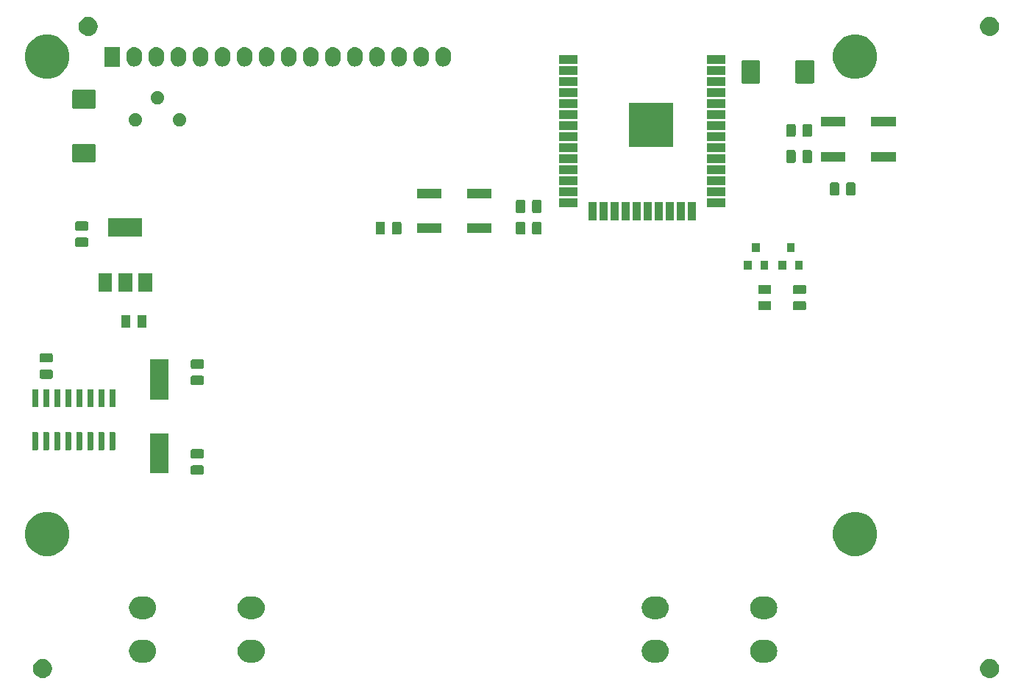
<source format=gbr>
G04 #@! TF.GenerationSoftware,KiCad,Pcbnew,5.1.2-f72e74a~84~ubuntu18.04.1*
G04 #@! TF.CreationDate,2019-08-20T01:18:15+05:30*
G04 #@! TF.ProjectId,ESP32_MESSAGE_DISPLAY,45535033-325f-44d4-9553-534147455f44,1.0*
G04 #@! TF.SameCoordinates,Original*
G04 #@! TF.FileFunction,Soldermask,Bot*
G04 #@! TF.FilePolarity,Negative*
%FSLAX46Y46*%
G04 Gerber Fmt 4.6, Leading zero omitted, Abs format (unit mm)*
G04 Created by KiCad (PCBNEW 5.1.2-f72e74a~84~ubuntu18.04.1) date 2019-08-20 01:18:15*
%MOMM*%
%LPD*%
G04 APERTURE LIST*
%ADD10C,0.100000*%
G04 APERTURE END LIST*
D10*
G36*
X204214795Y-124920156D02*
G01*
X204321150Y-124941311D01*
X204421334Y-124982809D01*
X204521520Y-125024307D01*
X204701844Y-125144795D01*
X204855205Y-125298156D01*
X204975693Y-125478480D01*
X205058689Y-125678851D01*
X205101000Y-125891560D01*
X205101000Y-126108440D01*
X205058689Y-126321149D01*
X204975693Y-126521520D01*
X204855205Y-126701844D01*
X204701844Y-126855205D01*
X204521520Y-126975693D01*
X204321150Y-127058689D01*
X204214794Y-127079845D01*
X204108440Y-127101000D01*
X203891560Y-127101000D01*
X203785206Y-127079845D01*
X203678850Y-127058689D01*
X203478480Y-126975693D01*
X203298156Y-126855205D01*
X203144795Y-126701844D01*
X203024307Y-126521520D01*
X202941311Y-126321149D01*
X202899000Y-126108440D01*
X202899000Y-125891560D01*
X202941311Y-125678851D01*
X203024307Y-125478480D01*
X203144795Y-125298156D01*
X203298156Y-125144795D01*
X203478480Y-125024307D01*
X203578666Y-124982809D01*
X203678850Y-124941311D01*
X203785205Y-124920156D01*
X203891560Y-124899000D01*
X204108440Y-124899000D01*
X204214795Y-124920156D01*
X204214795Y-124920156D01*
G37*
G36*
X95214795Y-124920156D02*
G01*
X95321150Y-124941311D01*
X95421334Y-124982809D01*
X95521520Y-125024307D01*
X95701844Y-125144795D01*
X95855205Y-125298156D01*
X95975693Y-125478480D01*
X96058689Y-125678851D01*
X96101000Y-125891560D01*
X96101000Y-126108440D01*
X96058689Y-126321149D01*
X95975693Y-126521520D01*
X95855205Y-126701844D01*
X95701844Y-126855205D01*
X95521520Y-126975693D01*
X95321150Y-127058689D01*
X95214794Y-127079845D01*
X95108440Y-127101000D01*
X94891560Y-127101000D01*
X94785206Y-127079845D01*
X94678850Y-127058689D01*
X94478480Y-126975693D01*
X94298156Y-126855205D01*
X94144795Y-126701844D01*
X94024307Y-126521520D01*
X93941311Y-126321149D01*
X93899000Y-126108440D01*
X93899000Y-125891560D01*
X93941311Y-125678851D01*
X94024307Y-125478480D01*
X94144795Y-125298156D01*
X94298156Y-125144795D01*
X94478480Y-125024307D01*
X94578666Y-124982809D01*
X94678850Y-124941311D01*
X94785205Y-124920156D01*
X94891560Y-124899000D01*
X95108440Y-124899000D01*
X95214795Y-124920156D01*
X95214795Y-124920156D01*
G37*
G36*
X178409472Y-122708412D02*
G01*
X178505040Y-122717825D01*
X178750280Y-122792218D01*
X178976294Y-122913025D01*
X179027899Y-122955376D01*
X179174397Y-123075603D01*
X179294624Y-123222101D01*
X179336975Y-123273706D01*
X179457782Y-123499720D01*
X179532175Y-123744960D01*
X179557294Y-124000000D01*
X179532175Y-124255040D01*
X179457782Y-124500280D01*
X179336975Y-124726294D01*
X179294624Y-124777899D01*
X179174397Y-124924397D01*
X179052655Y-125024307D01*
X178976294Y-125086975D01*
X178750280Y-125207782D01*
X178505040Y-125282175D01*
X178409472Y-125291588D01*
X178313906Y-125301000D01*
X177686094Y-125301000D01*
X177590528Y-125291588D01*
X177494960Y-125282175D01*
X177249720Y-125207782D01*
X177023706Y-125086975D01*
X176947345Y-125024307D01*
X176825603Y-124924397D01*
X176705376Y-124777899D01*
X176663025Y-124726294D01*
X176542218Y-124500280D01*
X176467825Y-124255040D01*
X176442706Y-124000000D01*
X176467825Y-123744960D01*
X176542218Y-123499720D01*
X176663025Y-123273706D01*
X176705376Y-123222101D01*
X176825603Y-123075603D01*
X176972101Y-122955376D01*
X177023706Y-122913025D01*
X177249720Y-122792218D01*
X177494960Y-122717825D01*
X177590528Y-122708412D01*
X177686094Y-122699000D01*
X178313906Y-122699000D01*
X178409472Y-122708412D01*
X178409472Y-122708412D01*
G37*
G36*
X106909472Y-122708412D02*
G01*
X107005040Y-122717825D01*
X107250280Y-122792218D01*
X107476294Y-122913025D01*
X107527899Y-122955376D01*
X107674397Y-123075603D01*
X107794624Y-123222101D01*
X107836975Y-123273706D01*
X107957782Y-123499720D01*
X108032175Y-123744960D01*
X108057294Y-124000000D01*
X108032175Y-124255040D01*
X107957782Y-124500280D01*
X107836975Y-124726294D01*
X107794624Y-124777899D01*
X107674397Y-124924397D01*
X107552655Y-125024307D01*
X107476294Y-125086975D01*
X107250280Y-125207782D01*
X107005040Y-125282175D01*
X106909472Y-125291588D01*
X106813906Y-125301000D01*
X106186094Y-125301000D01*
X106090528Y-125291588D01*
X105994960Y-125282175D01*
X105749720Y-125207782D01*
X105523706Y-125086975D01*
X105447345Y-125024307D01*
X105325603Y-124924397D01*
X105205376Y-124777899D01*
X105163025Y-124726294D01*
X105042218Y-124500280D01*
X104967825Y-124255040D01*
X104942706Y-124000000D01*
X104967825Y-123744960D01*
X105042218Y-123499720D01*
X105163025Y-123273706D01*
X105205376Y-123222101D01*
X105325603Y-123075603D01*
X105472101Y-122955376D01*
X105523706Y-122913025D01*
X105749720Y-122792218D01*
X105994960Y-122717825D01*
X106090528Y-122708412D01*
X106186094Y-122699000D01*
X106813906Y-122699000D01*
X106909472Y-122708412D01*
X106909472Y-122708412D01*
G37*
G36*
X119409472Y-122708412D02*
G01*
X119505040Y-122717825D01*
X119750280Y-122792218D01*
X119976294Y-122913025D01*
X120027899Y-122955376D01*
X120174397Y-123075603D01*
X120294624Y-123222101D01*
X120336975Y-123273706D01*
X120457782Y-123499720D01*
X120532175Y-123744960D01*
X120557294Y-124000000D01*
X120532175Y-124255040D01*
X120457782Y-124500280D01*
X120336975Y-124726294D01*
X120294624Y-124777899D01*
X120174397Y-124924397D01*
X120052655Y-125024307D01*
X119976294Y-125086975D01*
X119750280Y-125207782D01*
X119505040Y-125282175D01*
X119409472Y-125291588D01*
X119313906Y-125301000D01*
X118686094Y-125301000D01*
X118590528Y-125291588D01*
X118494960Y-125282175D01*
X118249720Y-125207782D01*
X118023706Y-125086975D01*
X117947345Y-125024307D01*
X117825603Y-124924397D01*
X117705376Y-124777899D01*
X117663025Y-124726294D01*
X117542218Y-124500280D01*
X117467825Y-124255040D01*
X117442706Y-124000000D01*
X117467825Y-123744960D01*
X117542218Y-123499720D01*
X117663025Y-123273706D01*
X117705376Y-123222101D01*
X117825603Y-123075603D01*
X117972101Y-122955376D01*
X118023706Y-122913025D01*
X118249720Y-122792218D01*
X118494960Y-122717825D01*
X118590528Y-122708412D01*
X118686094Y-122699000D01*
X119313906Y-122699000D01*
X119409472Y-122708412D01*
X119409472Y-122708412D01*
G37*
G36*
X165909472Y-122708412D02*
G01*
X166005040Y-122717825D01*
X166250280Y-122792218D01*
X166476294Y-122913025D01*
X166527899Y-122955376D01*
X166674397Y-123075603D01*
X166794624Y-123222101D01*
X166836975Y-123273706D01*
X166957782Y-123499720D01*
X167032175Y-123744960D01*
X167057294Y-124000000D01*
X167032175Y-124255040D01*
X166957782Y-124500280D01*
X166836975Y-124726294D01*
X166794624Y-124777899D01*
X166674397Y-124924397D01*
X166552655Y-125024307D01*
X166476294Y-125086975D01*
X166250280Y-125207782D01*
X166005040Y-125282175D01*
X165909472Y-125291588D01*
X165813906Y-125301000D01*
X165186094Y-125301000D01*
X165090528Y-125291588D01*
X164994960Y-125282175D01*
X164749720Y-125207782D01*
X164523706Y-125086975D01*
X164447345Y-125024307D01*
X164325603Y-124924397D01*
X164205376Y-124777899D01*
X164163025Y-124726294D01*
X164042218Y-124500280D01*
X163967825Y-124255040D01*
X163942706Y-124000000D01*
X163967825Y-123744960D01*
X164042218Y-123499720D01*
X164163025Y-123273706D01*
X164205376Y-123222101D01*
X164325603Y-123075603D01*
X164472101Y-122955376D01*
X164523706Y-122913025D01*
X164749720Y-122792218D01*
X164994960Y-122717825D01*
X165090528Y-122708412D01*
X165186094Y-122699000D01*
X165813906Y-122699000D01*
X165909472Y-122708412D01*
X165909472Y-122708412D01*
G37*
G36*
X178409472Y-117708412D02*
G01*
X178505040Y-117717825D01*
X178750280Y-117792218D01*
X178976294Y-117913025D01*
X179027899Y-117955376D01*
X179174397Y-118075603D01*
X179294624Y-118222101D01*
X179336975Y-118273706D01*
X179457782Y-118499720D01*
X179532175Y-118744960D01*
X179557294Y-119000000D01*
X179532175Y-119255040D01*
X179457782Y-119500280D01*
X179336975Y-119726294D01*
X179294624Y-119777899D01*
X179174397Y-119924397D01*
X179027899Y-120044624D01*
X178976294Y-120086975D01*
X178750280Y-120207782D01*
X178505040Y-120282175D01*
X178409473Y-120291587D01*
X178313906Y-120301000D01*
X177686094Y-120301000D01*
X177590527Y-120291587D01*
X177494960Y-120282175D01*
X177249720Y-120207782D01*
X177023706Y-120086975D01*
X176972101Y-120044624D01*
X176825603Y-119924397D01*
X176705376Y-119777899D01*
X176663025Y-119726294D01*
X176542218Y-119500280D01*
X176467825Y-119255040D01*
X176442706Y-119000000D01*
X176467825Y-118744960D01*
X176542218Y-118499720D01*
X176663025Y-118273706D01*
X176705376Y-118222101D01*
X176825603Y-118075603D01*
X176972101Y-117955376D01*
X177023706Y-117913025D01*
X177249720Y-117792218D01*
X177494960Y-117717825D01*
X177590528Y-117708412D01*
X177686094Y-117699000D01*
X178313906Y-117699000D01*
X178409472Y-117708412D01*
X178409472Y-117708412D01*
G37*
G36*
X106909472Y-117708412D02*
G01*
X107005040Y-117717825D01*
X107250280Y-117792218D01*
X107476294Y-117913025D01*
X107527899Y-117955376D01*
X107674397Y-118075603D01*
X107794624Y-118222101D01*
X107836975Y-118273706D01*
X107957782Y-118499720D01*
X108032175Y-118744960D01*
X108057294Y-119000000D01*
X108032175Y-119255040D01*
X107957782Y-119500280D01*
X107836975Y-119726294D01*
X107794624Y-119777899D01*
X107674397Y-119924397D01*
X107527899Y-120044624D01*
X107476294Y-120086975D01*
X107250280Y-120207782D01*
X107005040Y-120282175D01*
X106909473Y-120291587D01*
X106813906Y-120301000D01*
X106186094Y-120301000D01*
X106090527Y-120291587D01*
X105994960Y-120282175D01*
X105749720Y-120207782D01*
X105523706Y-120086975D01*
X105472101Y-120044624D01*
X105325603Y-119924397D01*
X105205376Y-119777899D01*
X105163025Y-119726294D01*
X105042218Y-119500280D01*
X104967825Y-119255040D01*
X104942706Y-119000000D01*
X104967825Y-118744960D01*
X105042218Y-118499720D01*
X105163025Y-118273706D01*
X105205376Y-118222101D01*
X105325603Y-118075603D01*
X105472101Y-117955376D01*
X105523706Y-117913025D01*
X105749720Y-117792218D01*
X105994960Y-117717825D01*
X106090528Y-117708412D01*
X106186094Y-117699000D01*
X106813906Y-117699000D01*
X106909472Y-117708412D01*
X106909472Y-117708412D01*
G37*
G36*
X119409472Y-117708412D02*
G01*
X119505040Y-117717825D01*
X119750280Y-117792218D01*
X119976294Y-117913025D01*
X120027899Y-117955376D01*
X120174397Y-118075603D01*
X120294624Y-118222101D01*
X120336975Y-118273706D01*
X120457782Y-118499720D01*
X120532175Y-118744960D01*
X120557294Y-119000000D01*
X120532175Y-119255040D01*
X120457782Y-119500280D01*
X120336975Y-119726294D01*
X120294624Y-119777899D01*
X120174397Y-119924397D01*
X120027899Y-120044624D01*
X119976294Y-120086975D01*
X119750280Y-120207782D01*
X119505040Y-120282175D01*
X119409473Y-120291587D01*
X119313906Y-120301000D01*
X118686094Y-120301000D01*
X118590527Y-120291587D01*
X118494960Y-120282175D01*
X118249720Y-120207782D01*
X118023706Y-120086975D01*
X117972101Y-120044624D01*
X117825603Y-119924397D01*
X117705376Y-119777899D01*
X117663025Y-119726294D01*
X117542218Y-119500280D01*
X117467825Y-119255040D01*
X117442706Y-119000000D01*
X117467825Y-118744960D01*
X117542218Y-118499720D01*
X117663025Y-118273706D01*
X117705376Y-118222101D01*
X117825603Y-118075603D01*
X117972101Y-117955376D01*
X118023706Y-117913025D01*
X118249720Y-117792218D01*
X118494960Y-117717825D01*
X118590528Y-117708412D01*
X118686094Y-117699000D01*
X119313906Y-117699000D01*
X119409472Y-117708412D01*
X119409472Y-117708412D01*
G37*
G36*
X165909472Y-117708412D02*
G01*
X166005040Y-117717825D01*
X166250280Y-117792218D01*
X166476294Y-117913025D01*
X166527899Y-117955376D01*
X166674397Y-118075603D01*
X166794624Y-118222101D01*
X166836975Y-118273706D01*
X166957782Y-118499720D01*
X167032175Y-118744960D01*
X167057294Y-119000000D01*
X167032175Y-119255040D01*
X166957782Y-119500280D01*
X166836975Y-119726294D01*
X166794624Y-119777899D01*
X166674397Y-119924397D01*
X166527899Y-120044624D01*
X166476294Y-120086975D01*
X166250280Y-120207782D01*
X166005040Y-120282175D01*
X165909473Y-120291587D01*
X165813906Y-120301000D01*
X165186094Y-120301000D01*
X165090527Y-120291587D01*
X164994960Y-120282175D01*
X164749720Y-120207782D01*
X164523706Y-120086975D01*
X164472101Y-120044624D01*
X164325603Y-119924397D01*
X164205376Y-119777899D01*
X164163025Y-119726294D01*
X164042218Y-119500280D01*
X163967825Y-119255040D01*
X163942706Y-119000000D01*
X163967825Y-118744960D01*
X164042218Y-118499720D01*
X164163025Y-118273706D01*
X164205376Y-118222101D01*
X164325603Y-118075603D01*
X164472101Y-117955376D01*
X164523706Y-117913025D01*
X164749720Y-117792218D01*
X164994960Y-117717825D01*
X165090528Y-117708412D01*
X165186094Y-117699000D01*
X165813906Y-117699000D01*
X165909472Y-117708412D01*
X165909472Y-117708412D01*
G37*
G36*
X96244098Y-108047033D02*
G01*
X96708350Y-108239332D01*
X96708352Y-108239333D01*
X97126168Y-108518509D01*
X97481491Y-108873832D01*
X97760667Y-109291648D01*
X97760668Y-109291650D01*
X97952967Y-109755902D01*
X98051000Y-110248747D01*
X98051000Y-110751253D01*
X97952967Y-111244098D01*
X97937250Y-111282042D01*
X97760667Y-111708352D01*
X97481491Y-112126168D01*
X97126168Y-112481491D01*
X96708352Y-112760667D01*
X96708351Y-112760668D01*
X96708350Y-112760668D01*
X96244098Y-112952967D01*
X95751253Y-113051000D01*
X95248747Y-113051000D01*
X94755902Y-112952967D01*
X94291650Y-112760668D01*
X94291649Y-112760668D01*
X94291648Y-112760667D01*
X93873832Y-112481491D01*
X93518509Y-112126168D01*
X93239333Y-111708352D01*
X93062750Y-111282042D01*
X93047033Y-111244098D01*
X92949000Y-110751253D01*
X92949000Y-110248747D01*
X93047033Y-109755902D01*
X93239332Y-109291650D01*
X93239333Y-109291648D01*
X93518509Y-108873832D01*
X93873832Y-108518509D01*
X94291648Y-108239333D01*
X94291650Y-108239332D01*
X94755902Y-108047033D01*
X95248747Y-107949000D01*
X95751253Y-107949000D01*
X96244098Y-108047033D01*
X96244098Y-108047033D01*
G37*
G36*
X189244098Y-108047033D02*
G01*
X189708350Y-108239332D01*
X189708352Y-108239333D01*
X190126168Y-108518509D01*
X190481491Y-108873832D01*
X190760667Y-109291648D01*
X190760668Y-109291650D01*
X190952967Y-109755902D01*
X191051000Y-110248747D01*
X191051000Y-110751253D01*
X190952967Y-111244098D01*
X190937250Y-111282042D01*
X190760667Y-111708352D01*
X190481491Y-112126168D01*
X190126168Y-112481491D01*
X189708352Y-112760667D01*
X189708351Y-112760668D01*
X189708350Y-112760668D01*
X189244098Y-112952967D01*
X188751253Y-113051000D01*
X188248747Y-113051000D01*
X187755902Y-112952967D01*
X187291650Y-112760668D01*
X187291649Y-112760668D01*
X187291648Y-112760667D01*
X186873832Y-112481491D01*
X186518509Y-112126168D01*
X186239333Y-111708352D01*
X186062750Y-111282042D01*
X186047033Y-111244098D01*
X185949000Y-110751253D01*
X185949000Y-110248747D01*
X186047033Y-109755902D01*
X186239332Y-109291650D01*
X186239333Y-109291648D01*
X186518509Y-108873832D01*
X186873832Y-108518509D01*
X187291648Y-108239333D01*
X187291650Y-108239332D01*
X187755902Y-108047033D01*
X188248747Y-107949000D01*
X188751253Y-107949000D01*
X189244098Y-108047033D01*
X189244098Y-108047033D01*
G37*
G36*
X113384468Y-102603565D02*
G01*
X113423138Y-102615296D01*
X113458777Y-102634346D01*
X113490017Y-102659983D01*
X113515654Y-102691223D01*
X113534704Y-102726862D01*
X113546435Y-102765532D01*
X113551000Y-102811888D01*
X113551000Y-103463112D01*
X113546435Y-103509468D01*
X113534704Y-103548138D01*
X113515654Y-103583777D01*
X113490017Y-103615017D01*
X113458777Y-103640654D01*
X113423138Y-103659704D01*
X113384468Y-103671435D01*
X113338112Y-103676000D01*
X112261888Y-103676000D01*
X112215532Y-103671435D01*
X112176862Y-103659704D01*
X112141223Y-103640654D01*
X112109983Y-103615017D01*
X112084346Y-103583777D01*
X112065296Y-103548138D01*
X112053565Y-103509468D01*
X112049000Y-103463112D01*
X112049000Y-102811888D01*
X112053565Y-102765532D01*
X112065296Y-102726862D01*
X112084346Y-102691223D01*
X112109983Y-102659983D01*
X112141223Y-102634346D01*
X112176862Y-102615296D01*
X112215532Y-102603565D01*
X112261888Y-102599000D01*
X113338112Y-102599000D01*
X113384468Y-102603565D01*
X113384468Y-102603565D01*
G37*
G36*
X109451000Y-103501000D02*
G01*
X107349000Y-103501000D01*
X107349000Y-98899000D01*
X109451000Y-98899000D01*
X109451000Y-103501000D01*
X109451000Y-103501000D01*
G37*
G36*
X113384468Y-100728565D02*
G01*
X113423138Y-100740296D01*
X113458777Y-100759346D01*
X113490017Y-100784983D01*
X113515654Y-100816223D01*
X113534704Y-100851862D01*
X113546435Y-100890532D01*
X113551000Y-100936888D01*
X113551000Y-101588112D01*
X113546435Y-101634468D01*
X113534704Y-101673138D01*
X113515654Y-101708777D01*
X113490017Y-101740017D01*
X113458777Y-101765654D01*
X113423138Y-101784704D01*
X113384468Y-101796435D01*
X113338112Y-101801000D01*
X112261888Y-101801000D01*
X112215532Y-101796435D01*
X112176862Y-101784704D01*
X112141223Y-101765654D01*
X112109983Y-101740017D01*
X112084346Y-101708777D01*
X112065296Y-101673138D01*
X112053565Y-101634468D01*
X112049000Y-101588112D01*
X112049000Y-100936888D01*
X112053565Y-100890532D01*
X112065296Y-100851862D01*
X112084346Y-100816223D01*
X112109983Y-100784983D01*
X112141223Y-100759346D01*
X112176862Y-100740296D01*
X112215532Y-100728565D01*
X112261888Y-100724000D01*
X113338112Y-100724000D01*
X113384468Y-100728565D01*
X113384468Y-100728565D01*
G37*
G36*
X95659928Y-98776764D02*
G01*
X95681009Y-98783160D01*
X95700445Y-98793548D01*
X95717476Y-98807524D01*
X95731452Y-98824555D01*
X95741840Y-98843991D01*
X95748236Y-98865072D01*
X95751000Y-98893140D01*
X95751000Y-100706860D01*
X95748236Y-100734928D01*
X95741840Y-100756009D01*
X95731452Y-100775445D01*
X95717476Y-100792476D01*
X95700445Y-100806452D01*
X95681009Y-100816840D01*
X95659928Y-100823236D01*
X95631860Y-100826000D01*
X95168140Y-100826000D01*
X95140072Y-100823236D01*
X95118991Y-100816840D01*
X95099555Y-100806452D01*
X95082524Y-100792476D01*
X95068548Y-100775445D01*
X95058160Y-100756009D01*
X95051764Y-100734928D01*
X95049000Y-100706860D01*
X95049000Y-98893140D01*
X95051764Y-98865072D01*
X95058160Y-98843991D01*
X95068548Y-98824555D01*
X95082524Y-98807524D01*
X95099555Y-98793548D01*
X95118991Y-98783160D01*
X95140072Y-98776764D01*
X95168140Y-98774000D01*
X95631860Y-98774000D01*
X95659928Y-98776764D01*
X95659928Y-98776764D01*
G37*
G36*
X94389928Y-98776764D02*
G01*
X94411009Y-98783160D01*
X94430445Y-98793548D01*
X94447476Y-98807524D01*
X94461452Y-98824555D01*
X94471840Y-98843991D01*
X94478236Y-98865072D01*
X94481000Y-98893140D01*
X94481000Y-100706860D01*
X94478236Y-100734928D01*
X94471840Y-100756009D01*
X94461452Y-100775445D01*
X94447476Y-100792476D01*
X94430445Y-100806452D01*
X94411009Y-100816840D01*
X94389928Y-100823236D01*
X94361860Y-100826000D01*
X93898140Y-100826000D01*
X93870072Y-100823236D01*
X93848991Y-100816840D01*
X93829555Y-100806452D01*
X93812524Y-100792476D01*
X93798548Y-100775445D01*
X93788160Y-100756009D01*
X93781764Y-100734928D01*
X93779000Y-100706860D01*
X93779000Y-98893140D01*
X93781764Y-98865072D01*
X93788160Y-98843991D01*
X93798548Y-98824555D01*
X93812524Y-98807524D01*
X93829555Y-98793548D01*
X93848991Y-98783160D01*
X93870072Y-98776764D01*
X93898140Y-98774000D01*
X94361860Y-98774000D01*
X94389928Y-98776764D01*
X94389928Y-98776764D01*
G37*
G36*
X96929928Y-98776764D02*
G01*
X96951009Y-98783160D01*
X96970445Y-98793548D01*
X96987476Y-98807524D01*
X97001452Y-98824555D01*
X97011840Y-98843991D01*
X97018236Y-98865072D01*
X97021000Y-98893140D01*
X97021000Y-100706860D01*
X97018236Y-100734928D01*
X97011840Y-100756009D01*
X97001452Y-100775445D01*
X96987476Y-100792476D01*
X96970445Y-100806452D01*
X96951009Y-100816840D01*
X96929928Y-100823236D01*
X96901860Y-100826000D01*
X96438140Y-100826000D01*
X96410072Y-100823236D01*
X96388991Y-100816840D01*
X96369555Y-100806452D01*
X96352524Y-100792476D01*
X96338548Y-100775445D01*
X96328160Y-100756009D01*
X96321764Y-100734928D01*
X96319000Y-100706860D01*
X96319000Y-98893140D01*
X96321764Y-98865072D01*
X96328160Y-98843991D01*
X96338548Y-98824555D01*
X96352524Y-98807524D01*
X96369555Y-98793548D01*
X96388991Y-98783160D01*
X96410072Y-98776764D01*
X96438140Y-98774000D01*
X96901860Y-98774000D01*
X96929928Y-98776764D01*
X96929928Y-98776764D01*
G37*
G36*
X98199928Y-98776764D02*
G01*
X98221009Y-98783160D01*
X98240445Y-98793548D01*
X98257476Y-98807524D01*
X98271452Y-98824555D01*
X98281840Y-98843991D01*
X98288236Y-98865072D01*
X98291000Y-98893140D01*
X98291000Y-100706860D01*
X98288236Y-100734928D01*
X98281840Y-100756009D01*
X98271452Y-100775445D01*
X98257476Y-100792476D01*
X98240445Y-100806452D01*
X98221009Y-100816840D01*
X98199928Y-100823236D01*
X98171860Y-100826000D01*
X97708140Y-100826000D01*
X97680072Y-100823236D01*
X97658991Y-100816840D01*
X97639555Y-100806452D01*
X97622524Y-100792476D01*
X97608548Y-100775445D01*
X97598160Y-100756009D01*
X97591764Y-100734928D01*
X97589000Y-100706860D01*
X97589000Y-98893140D01*
X97591764Y-98865072D01*
X97598160Y-98843991D01*
X97608548Y-98824555D01*
X97622524Y-98807524D01*
X97639555Y-98793548D01*
X97658991Y-98783160D01*
X97680072Y-98776764D01*
X97708140Y-98774000D01*
X98171860Y-98774000D01*
X98199928Y-98776764D01*
X98199928Y-98776764D01*
G37*
G36*
X100739928Y-98776764D02*
G01*
X100761009Y-98783160D01*
X100780445Y-98793548D01*
X100797476Y-98807524D01*
X100811452Y-98824555D01*
X100821840Y-98843991D01*
X100828236Y-98865072D01*
X100831000Y-98893140D01*
X100831000Y-100706860D01*
X100828236Y-100734928D01*
X100821840Y-100756009D01*
X100811452Y-100775445D01*
X100797476Y-100792476D01*
X100780445Y-100806452D01*
X100761009Y-100816840D01*
X100739928Y-100823236D01*
X100711860Y-100826000D01*
X100248140Y-100826000D01*
X100220072Y-100823236D01*
X100198991Y-100816840D01*
X100179555Y-100806452D01*
X100162524Y-100792476D01*
X100148548Y-100775445D01*
X100138160Y-100756009D01*
X100131764Y-100734928D01*
X100129000Y-100706860D01*
X100129000Y-98893140D01*
X100131764Y-98865072D01*
X100138160Y-98843991D01*
X100148548Y-98824555D01*
X100162524Y-98807524D01*
X100179555Y-98793548D01*
X100198991Y-98783160D01*
X100220072Y-98776764D01*
X100248140Y-98774000D01*
X100711860Y-98774000D01*
X100739928Y-98776764D01*
X100739928Y-98776764D01*
G37*
G36*
X103279928Y-98776764D02*
G01*
X103301009Y-98783160D01*
X103320445Y-98793548D01*
X103337476Y-98807524D01*
X103351452Y-98824555D01*
X103361840Y-98843991D01*
X103368236Y-98865072D01*
X103371000Y-98893140D01*
X103371000Y-100706860D01*
X103368236Y-100734928D01*
X103361840Y-100756009D01*
X103351452Y-100775445D01*
X103337476Y-100792476D01*
X103320445Y-100806452D01*
X103301009Y-100816840D01*
X103279928Y-100823236D01*
X103251860Y-100826000D01*
X102788140Y-100826000D01*
X102760072Y-100823236D01*
X102738991Y-100816840D01*
X102719555Y-100806452D01*
X102702524Y-100792476D01*
X102688548Y-100775445D01*
X102678160Y-100756009D01*
X102671764Y-100734928D01*
X102669000Y-100706860D01*
X102669000Y-98893140D01*
X102671764Y-98865072D01*
X102678160Y-98843991D01*
X102688548Y-98824555D01*
X102702524Y-98807524D01*
X102719555Y-98793548D01*
X102738991Y-98783160D01*
X102760072Y-98776764D01*
X102788140Y-98774000D01*
X103251860Y-98774000D01*
X103279928Y-98776764D01*
X103279928Y-98776764D01*
G37*
G36*
X102009928Y-98776764D02*
G01*
X102031009Y-98783160D01*
X102050445Y-98793548D01*
X102067476Y-98807524D01*
X102081452Y-98824555D01*
X102091840Y-98843991D01*
X102098236Y-98865072D01*
X102101000Y-98893140D01*
X102101000Y-100706860D01*
X102098236Y-100734928D01*
X102091840Y-100756009D01*
X102081452Y-100775445D01*
X102067476Y-100792476D01*
X102050445Y-100806452D01*
X102031009Y-100816840D01*
X102009928Y-100823236D01*
X101981860Y-100826000D01*
X101518140Y-100826000D01*
X101490072Y-100823236D01*
X101468991Y-100816840D01*
X101449555Y-100806452D01*
X101432524Y-100792476D01*
X101418548Y-100775445D01*
X101408160Y-100756009D01*
X101401764Y-100734928D01*
X101399000Y-100706860D01*
X101399000Y-98893140D01*
X101401764Y-98865072D01*
X101408160Y-98843991D01*
X101418548Y-98824555D01*
X101432524Y-98807524D01*
X101449555Y-98793548D01*
X101468991Y-98783160D01*
X101490072Y-98776764D01*
X101518140Y-98774000D01*
X101981860Y-98774000D01*
X102009928Y-98776764D01*
X102009928Y-98776764D01*
G37*
G36*
X99469928Y-98776764D02*
G01*
X99491009Y-98783160D01*
X99510445Y-98793548D01*
X99527476Y-98807524D01*
X99541452Y-98824555D01*
X99551840Y-98843991D01*
X99558236Y-98865072D01*
X99561000Y-98893140D01*
X99561000Y-100706860D01*
X99558236Y-100734928D01*
X99551840Y-100756009D01*
X99541452Y-100775445D01*
X99527476Y-100792476D01*
X99510445Y-100806452D01*
X99491009Y-100816840D01*
X99469928Y-100823236D01*
X99441860Y-100826000D01*
X98978140Y-100826000D01*
X98950072Y-100823236D01*
X98928991Y-100816840D01*
X98909555Y-100806452D01*
X98892524Y-100792476D01*
X98878548Y-100775445D01*
X98868160Y-100756009D01*
X98861764Y-100734928D01*
X98859000Y-100706860D01*
X98859000Y-98893140D01*
X98861764Y-98865072D01*
X98868160Y-98843991D01*
X98878548Y-98824555D01*
X98892524Y-98807524D01*
X98909555Y-98793548D01*
X98928991Y-98783160D01*
X98950072Y-98776764D01*
X98978140Y-98774000D01*
X99441860Y-98774000D01*
X99469928Y-98776764D01*
X99469928Y-98776764D01*
G37*
G36*
X95659928Y-93826764D02*
G01*
X95681009Y-93833160D01*
X95700445Y-93843548D01*
X95717476Y-93857524D01*
X95731452Y-93874555D01*
X95741840Y-93893991D01*
X95748236Y-93915072D01*
X95751000Y-93943140D01*
X95751000Y-95756860D01*
X95748236Y-95784928D01*
X95741840Y-95806009D01*
X95731452Y-95825445D01*
X95717476Y-95842476D01*
X95700445Y-95856452D01*
X95681009Y-95866840D01*
X95659928Y-95873236D01*
X95631860Y-95876000D01*
X95168140Y-95876000D01*
X95140072Y-95873236D01*
X95118991Y-95866840D01*
X95099555Y-95856452D01*
X95082524Y-95842476D01*
X95068548Y-95825445D01*
X95058160Y-95806009D01*
X95051764Y-95784928D01*
X95049000Y-95756860D01*
X95049000Y-93943140D01*
X95051764Y-93915072D01*
X95058160Y-93893991D01*
X95068548Y-93874555D01*
X95082524Y-93857524D01*
X95099555Y-93843548D01*
X95118991Y-93833160D01*
X95140072Y-93826764D01*
X95168140Y-93824000D01*
X95631860Y-93824000D01*
X95659928Y-93826764D01*
X95659928Y-93826764D01*
G37*
G36*
X99469928Y-93826764D02*
G01*
X99491009Y-93833160D01*
X99510445Y-93843548D01*
X99527476Y-93857524D01*
X99541452Y-93874555D01*
X99551840Y-93893991D01*
X99558236Y-93915072D01*
X99561000Y-93943140D01*
X99561000Y-95756860D01*
X99558236Y-95784928D01*
X99551840Y-95806009D01*
X99541452Y-95825445D01*
X99527476Y-95842476D01*
X99510445Y-95856452D01*
X99491009Y-95866840D01*
X99469928Y-95873236D01*
X99441860Y-95876000D01*
X98978140Y-95876000D01*
X98950072Y-95873236D01*
X98928991Y-95866840D01*
X98909555Y-95856452D01*
X98892524Y-95842476D01*
X98878548Y-95825445D01*
X98868160Y-95806009D01*
X98861764Y-95784928D01*
X98859000Y-95756860D01*
X98859000Y-93943140D01*
X98861764Y-93915072D01*
X98868160Y-93893991D01*
X98878548Y-93874555D01*
X98892524Y-93857524D01*
X98909555Y-93843548D01*
X98928991Y-93833160D01*
X98950072Y-93826764D01*
X98978140Y-93824000D01*
X99441860Y-93824000D01*
X99469928Y-93826764D01*
X99469928Y-93826764D01*
G37*
G36*
X96929928Y-93826764D02*
G01*
X96951009Y-93833160D01*
X96970445Y-93843548D01*
X96987476Y-93857524D01*
X97001452Y-93874555D01*
X97011840Y-93893991D01*
X97018236Y-93915072D01*
X97021000Y-93943140D01*
X97021000Y-95756860D01*
X97018236Y-95784928D01*
X97011840Y-95806009D01*
X97001452Y-95825445D01*
X96987476Y-95842476D01*
X96970445Y-95856452D01*
X96951009Y-95866840D01*
X96929928Y-95873236D01*
X96901860Y-95876000D01*
X96438140Y-95876000D01*
X96410072Y-95873236D01*
X96388991Y-95866840D01*
X96369555Y-95856452D01*
X96352524Y-95842476D01*
X96338548Y-95825445D01*
X96328160Y-95806009D01*
X96321764Y-95784928D01*
X96319000Y-95756860D01*
X96319000Y-93943140D01*
X96321764Y-93915072D01*
X96328160Y-93893991D01*
X96338548Y-93874555D01*
X96352524Y-93857524D01*
X96369555Y-93843548D01*
X96388991Y-93833160D01*
X96410072Y-93826764D01*
X96438140Y-93824000D01*
X96901860Y-93824000D01*
X96929928Y-93826764D01*
X96929928Y-93826764D01*
G37*
G36*
X94389928Y-93826764D02*
G01*
X94411009Y-93833160D01*
X94430445Y-93843548D01*
X94447476Y-93857524D01*
X94461452Y-93874555D01*
X94471840Y-93893991D01*
X94478236Y-93915072D01*
X94481000Y-93943140D01*
X94481000Y-95756860D01*
X94478236Y-95784928D01*
X94471840Y-95806009D01*
X94461452Y-95825445D01*
X94447476Y-95842476D01*
X94430445Y-95856452D01*
X94411009Y-95866840D01*
X94389928Y-95873236D01*
X94361860Y-95876000D01*
X93898140Y-95876000D01*
X93870072Y-95873236D01*
X93848991Y-95866840D01*
X93829555Y-95856452D01*
X93812524Y-95842476D01*
X93798548Y-95825445D01*
X93788160Y-95806009D01*
X93781764Y-95784928D01*
X93779000Y-95756860D01*
X93779000Y-93943140D01*
X93781764Y-93915072D01*
X93788160Y-93893991D01*
X93798548Y-93874555D01*
X93812524Y-93857524D01*
X93829555Y-93843548D01*
X93848991Y-93833160D01*
X93870072Y-93826764D01*
X93898140Y-93824000D01*
X94361860Y-93824000D01*
X94389928Y-93826764D01*
X94389928Y-93826764D01*
G37*
G36*
X100739928Y-93826764D02*
G01*
X100761009Y-93833160D01*
X100780445Y-93843548D01*
X100797476Y-93857524D01*
X100811452Y-93874555D01*
X100821840Y-93893991D01*
X100828236Y-93915072D01*
X100831000Y-93943140D01*
X100831000Y-95756860D01*
X100828236Y-95784928D01*
X100821840Y-95806009D01*
X100811452Y-95825445D01*
X100797476Y-95842476D01*
X100780445Y-95856452D01*
X100761009Y-95866840D01*
X100739928Y-95873236D01*
X100711860Y-95876000D01*
X100248140Y-95876000D01*
X100220072Y-95873236D01*
X100198991Y-95866840D01*
X100179555Y-95856452D01*
X100162524Y-95842476D01*
X100148548Y-95825445D01*
X100138160Y-95806009D01*
X100131764Y-95784928D01*
X100129000Y-95756860D01*
X100129000Y-93943140D01*
X100131764Y-93915072D01*
X100138160Y-93893991D01*
X100148548Y-93874555D01*
X100162524Y-93857524D01*
X100179555Y-93843548D01*
X100198991Y-93833160D01*
X100220072Y-93826764D01*
X100248140Y-93824000D01*
X100711860Y-93824000D01*
X100739928Y-93826764D01*
X100739928Y-93826764D01*
G37*
G36*
X102009928Y-93826764D02*
G01*
X102031009Y-93833160D01*
X102050445Y-93843548D01*
X102067476Y-93857524D01*
X102081452Y-93874555D01*
X102091840Y-93893991D01*
X102098236Y-93915072D01*
X102101000Y-93943140D01*
X102101000Y-95756860D01*
X102098236Y-95784928D01*
X102091840Y-95806009D01*
X102081452Y-95825445D01*
X102067476Y-95842476D01*
X102050445Y-95856452D01*
X102031009Y-95866840D01*
X102009928Y-95873236D01*
X101981860Y-95876000D01*
X101518140Y-95876000D01*
X101490072Y-95873236D01*
X101468991Y-95866840D01*
X101449555Y-95856452D01*
X101432524Y-95842476D01*
X101418548Y-95825445D01*
X101408160Y-95806009D01*
X101401764Y-95784928D01*
X101399000Y-95756860D01*
X101399000Y-93943140D01*
X101401764Y-93915072D01*
X101408160Y-93893991D01*
X101418548Y-93874555D01*
X101432524Y-93857524D01*
X101449555Y-93843548D01*
X101468991Y-93833160D01*
X101490072Y-93826764D01*
X101518140Y-93824000D01*
X101981860Y-93824000D01*
X102009928Y-93826764D01*
X102009928Y-93826764D01*
G37*
G36*
X103279928Y-93826764D02*
G01*
X103301009Y-93833160D01*
X103320445Y-93843548D01*
X103337476Y-93857524D01*
X103351452Y-93874555D01*
X103361840Y-93893991D01*
X103368236Y-93915072D01*
X103371000Y-93943140D01*
X103371000Y-95756860D01*
X103368236Y-95784928D01*
X103361840Y-95806009D01*
X103351452Y-95825445D01*
X103337476Y-95842476D01*
X103320445Y-95856452D01*
X103301009Y-95866840D01*
X103279928Y-95873236D01*
X103251860Y-95876000D01*
X102788140Y-95876000D01*
X102760072Y-95873236D01*
X102738991Y-95866840D01*
X102719555Y-95856452D01*
X102702524Y-95842476D01*
X102688548Y-95825445D01*
X102678160Y-95806009D01*
X102671764Y-95784928D01*
X102669000Y-95756860D01*
X102669000Y-93943140D01*
X102671764Y-93915072D01*
X102678160Y-93893991D01*
X102688548Y-93874555D01*
X102702524Y-93857524D01*
X102719555Y-93843548D01*
X102738991Y-93833160D01*
X102760072Y-93826764D01*
X102788140Y-93824000D01*
X103251860Y-93824000D01*
X103279928Y-93826764D01*
X103279928Y-93826764D01*
G37*
G36*
X98199928Y-93826764D02*
G01*
X98221009Y-93833160D01*
X98240445Y-93843548D01*
X98257476Y-93857524D01*
X98271452Y-93874555D01*
X98281840Y-93893991D01*
X98288236Y-93915072D01*
X98291000Y-93943140D01*
X98291000Y-95756860D01*
X98288236Y-95784928D01*
X98281840Y-95806009D01*
X98271452Y-95825445D01*
X98257476Y-95842476D01*
X98240445Y-95856452D01*
X98221009Y-95866840D01*
X98199928Y-95873236D01*
X98171860Y-95876000D01*
X97708140Y-95876000D01*
X97680072Y-95873236D01*
X97658991Y-95866840D01*
X97639555Y-95856452D01*
X97622524Y-95842476D01*
X97608548Y-95825445D01*
X97598160Y-95806009D01*
X97591764Y-95784928D01*
X97589000Y-95756860D01*
X97589000Y-93943140D01*
X97591764Y-93915072D01*
X97598160Y-93893991D01*
X97608548Y-93874555D01*
X97622524Y-93857524D01*
X97639555Y-93843548D01*
X97658991Y-93833160D01*
X97680072Y-93826764D01*
X97708140Y-93824000D01*
X98171860Y-93824000D01*
X98199928Y-93826764D01*
X98199928Y-93826764D01*
G37*
G36*
X109451000Y-95001000D02*
G01*
X107349000Y-95001000D01*
X107349000Y-90399000D01*
X109451000Y-90399000D01*
X109451000Y-95001000D01*
X109451000Y-95001000D01*
G37*
G36*
X113384468Y-92266065D02*
G01*
X113423138Y-92277796D01*
X113458777Y-92296846D01*
X113490017Y-92322483D01*
X113515654Y-92353723D01*
X113534704Y-92389362D01*
X113546435Y-92428032D01*
X113551000Y-92474388D01*
X113551000Y-93125612D01*
X113546435Y-93171968D01*
X113534704Y-93210638D01*
X113515654Y-93246277D01*
X113490017Y-93277517D01*
X113458777Y-93303154D01*
X113423138Y-93322204D01*
X113384468Y-93333935D01*
X113338112Y-93338500D01*
X112261888Y-93338500D01*
X112215532Y-93333935D01*
X112176862Y-93322204D01*
X112141223Y-93303154D01*
X112109983Y-93277517D01*
X112084346Y-93246277D01*
X112065296Y-93210638D01*
X112053565Y-93171968D01*
X112049000Y-93125612D01*
X112049000Y-92474388D01*
X112053565Y-92428032D01*
X112065296Y-92389362D01*
X112084346Y-92353723D01*
X112109983Y-92322483D01*
X112141223Y-92296846D01*
X112176862Y-92277796D01*
X112215532Y-92266065D01*
X112261888Y-92261500D01*
X113338112Y-92261500D01*
X113384468Y-92266065D01*
X113384468Y-92266065D01*
G37*
G36*
X95984468Y-91541065D02*
G01*
X96023138Y-91552796D01*
X96058777Y-91571846D01*
X96090017Y-91597483D01*
X96115654Y-91628723D01*
X96134704Y-91664362D01*
X96146435Y-91703032D01*
X96151000Y-91749388D01*
X96151000Y-92400612D01*
X96146435Y-92446968D01*
X96134704Y-92485638D01*
X96115654Y-92521277D01*
X96090017Y-92552517D01*
X96058777Y-92578154D01*
X96023138Y-92597204D01*
X95984468Y-92608935D01*
X95938112Y-92613500D01*
X94861888Y-92613500D01*
X94815532Y-92608935D01*
X94776862Y-92597204D01*
X94741223Y-92578154D01*
X94709983Y-92552517D01*
X94684346Y-92521277D01*
X94665296Y-92485638D01*
X94653565Y-92446968D01*
X94649000Y-92400612D01*
X94649000Y-91749388D01*
X94653565Y-91703032D01*
X94665296Y-91664362D01*
X94684346Y-91628723D01*
X94709983Y-91597483D01*
X94741223Y-91571846D01*
X94776862Y-91552796D01*
X94815532Y-91541065D01*
X94861888Y-91536500D01*
X95938112Y-91536500D01*
X95984468Y-91541065D01*
X95984468Y-91541065D01*
G37*
G36*
X113384468Y-90391065D02*
G01*
X113423138Y-90402796D01*
X113458777Y-90421846D01*
X113490017Y-90447483D01*
X113515654Y-90478723D01*
X113534704Y-90514362D01*
X113546435Y-90553032D01*
X113551000Y-90599388D01*
X113551000Y-91250612D01*
X113546435Y-91296968D01*
X113534704Y-91335638D01*
X113515654Y-91371277D01*
X113490017Y-91402517D01*
X113458777Y-91428154D01*
X113423138Y-91447204D01*
X113384468Y-91458935D01*
X113338112Y-91463500D01*
X112261888Y-91463500D01*
X112215532Y-91458935D01*
X112176862Y-91447204D01*
X112141223Y-91428154D01*
X112109983Y-91402517D01*
X112084346Y-91371277D01*
X112065296Y-91335638D01*
X112053565Y-91296968D01*
X112049000Y-91250612D01*
X112049000Y-90599388D01*
X112053565Y-90553032D01*
X112065296Y-90514362D01*
X112084346Y-90478723D01*
X112109983Y-90447483D01*
X112141223Y-90421846D01*
X112176862Y-90402796D01*
X112215532Y-90391065D01*
X112261888Y-90386500D01*
X113338112Y-90386500D01*
X113384468Y-90391065D01*
X113384468Y-90391065D01*
G37*
G36*
X95984468Y-89666065D02*
G01*
X96023138Y-89677796D01*
X96058777Y-89696846D01*
X96090017Y-89722483D01*
X96115654Y-89753723D01*
X96134704Y-89789362D01*
X96146435Y-89828032D01*
X96151000Y-89874388D01*
X96151000Y-90525612D01*
X96146435Y-90571968D01*
X96134704Y-90610638D01*
X96115654Y-90646277D01*
X96090017Y-90677517D01*
X96058777Y-90703154D01*
X96023138Y-90722204D01*
X95984468Y-90733935D01*
X95938112Y-90738500D01*
X94861888Y-90738500D01*
X94815532Y-90733935D01*
X94776862Y-90722204D01*
X94741223Y-90703154D01*
X94709983Y-90677517D01*
X94684346Y-90646277D01*
X94665296Y-90610638D01*
X94653565Y-90571968D01*
X94649000Y-90525612D01*
X94649000Y-89874388D01*
X94653565Y-89828032D01*
X94665296Y-89789362D01*
X94684346Y-89753723D01*
X94709983Y-89722483D01*
X94741223Y-89696846D01*
X94776862Y-89677796D01*
X94815532Y-89666065D01*
X94861888Y-89661500D01*
X95938112Y-89661500D01*
X95984468Y-89666065D01*
X95984468Y-89666065D01*
G37*
G36*
X106809468Y-85253565D02*
G01*
X106848138Y-85265296D01*
X106883777Y-85284346D01*
X106915017Y-85309983D01*
X106940654Y-85341223D01*
X106959704Y-85376862D01*
X106971435Y-85415532D01*
X106976000Y-85461888D01*
X106976000Y-86538112D01*
X106971435Y-86584468D01*
X106959704Y-86623138D01*
X106940654Y-86658777D01*
X106915017Y-86690017D01*
X106883777Y-86715654D01*
X106848138Y-86734704D01*
X106809468Y-86746435D01*
X106763112Y-86751000D01*
X106111888Y-86751000D01*
X106065532Y-86746435D01*
X106026862Y-86734704D01*
X105991223Y-86715654D01*
X105959983Y-86690017D01*
X105934346Y-86658777D01*
X105915296Y-86623138D01*
X105903565Y-86584468D01*
X105899000Y-86538112D01*
X105899000Y-85461888D01*
X105903565Y-85415532D01*
X105915296Y-85376862D01*
X105934346Y-85341223D01*
X105959983Y-85309983D01*
X105991223Y-85284346D01*
X106026862Y-85265296D01*
X106065532Y-85253565D01*
X106111888Y-85249000D01*
X106763112Y-85249000D01*
X106809468Y-85253565D01*
X106809468Y-85253565D01*
G37*
G36*
X104934468Y-85253565D02*
G01*
X104973138Y-85265296D01*
X105008777Y-85284346D01*
X105040017Y-85309983D01*
X105065654Y-85341223D01*
X105084704Y-85376862D01*
X105096435Y-85415532D01*
X105101000Y-85461888D01*
X105101000Y-86538112D01*
X105096435Y-86584468D01*
X105084704Y-86623138D01*
X105065654Y-86658777D01*
X105040017Y-86690017D01*
X105008777Y-86715654D01*
X104973138Y-86734704D01*
X104934468Y-86746435D01*
X104888112Y-86751000D01*
X104236888Y-86751000D01*
X104190532Y-86746435D01*
X104151862Y-86734704D01*
X104116223Y-86715654D01*
X104084983Y-86690017D01*
X104059346Y-86658777D01*
X104040296Y-86623138D01*
X104028565Y-86584468D01*
X104024000Y-86538112D01*
X104024000Y-85461888D01*
X104028565Y-85415532D01*
X104040296Y-85376862D01*
X104059346Y-85341223D01*
X104084983Y-85309983D01*
X104116223Y-85284346D01*
X104151862Y-85265296D01*
X104190532Y-85253565D01*
X104236888Y-85249000D01*
X104888112Y-85249000D01*
X104934468Y-85253565D01*
X104934468Y-85253565D01*
G37*
G36*
X182684468Y-83653565D02*
G01*
X182723138Y-83665296D01*
X182758777Y-83684346D01*
X182790017Y-83709983D01*
X182815654Y-83741223D01*
X182834704Y-83776862D01*
X182846435Y-83815532D01*
X182851000Y-83861888D01*
X182851000Y-84513112D01*
X182846435Y-84559468D01*
X182834704Y-84598138D01*
X182815654Y-84633777D01*
X182790017Y-84665017D01*
X182758777Y-84690654D01*
X182723138Y-84709704D01*
X182684468Y-84721435D01*
X182638112Y-84726000D01*
X181561888Y-84726000D01*
X181515532Y-84721435D01*
X181476862Y-84709704D01*
X181441223Y-84690654D01*
X181409983Y-84665017D01*
X181384346Y-84633777D01*
X181365296Y-84598138D01*
X181353565Y-84559468D01*
X181349000Y-84513112D01*
X181349000Y-83861888D01*
X181353565Y-83815532D01*
X181365296Y-83776862D01*
X181384346Y-83741223D01*
X181409983Y-83709983D01*
X181441223Y-83684346D01*
X181476862Y-83665296D01*
X181515532Y-83653565D01*
X181561888Y-83649000D01*
X182638112Y-83649000D01*
X182684468Y-83653565D01*
X182684468Y-83653565D01*
G37*
G36*
X178684468Y-83653565D02*
G01*
X178723138Y-83665296D01*
X178758777Y-83684346D01*
X178790017Y-83709983D01*
X178815654Y-83741223D01*
X178834704Y-83776862D01*
X178846435Y-83815532D01*
X178851000Y-83861888D01*
X178851000Y-84513112D01*
X178846435Y-84559468D01*
X178834704Y-84598138D01*
X178815654Y-84633777D01*
X178790017Y-84665017D01*
X178758777Y-84690654D01*
X178723138Y-84709704D01*
X178684468Y-84721435D01*
X178638112Y-84726000D01*
X177561888Y-84726000D01*
X177515532Y-84721435D01*
X177476862Y-84709704D01*
X177441223Y-84690654D01*
X177409983Y-84665017D01*
X177384346Y-84633777D01*
X177365296Y-84598138D01*
X177353565Y-84559468D01*
X177349000Y-84513112D01*
X177349000Y-83861888D01*
X177353565Y-83815532D01*
X177365296Y-83776862D01*
X177384346Y-83741223D01*
X177409983Y-83709983D01*
X177441223Y-83684346D01*
X177476862Y-83665296D01*
X177515532Y-83653565D01*
X177561888Y-83649000D01*
X178638112Y-83649000D01*
X178684468Y-83653565D01*
X178684468Y-83653565D01*
G37*
G36*
X178684468Y-81778565D02*
G01*
X178723138Y-81790296D01*
X178758777Y-81809346D01*
X178790017Y-81834983D01*
X178815654Y-81866223D01*
X178834704Y-81901862D01*
X178846435Y-81940532D01*
X178851000Y-81986888D01*
X178851000Y-82638112D01*
X178846435Y-82684468D01*
X178834704Y-82723138D01*
X178815654Y-82758777D01*
X178790017Y-82790017D01*
X178758777Y-82815654D01*
X178723138Y-82834704D01*
X178684468Y-82846435D01*
X178638112Y-82851000D01*
X177561888Y-82851000D01*
X177515532Y-82846435D01*
X177476862Y-82834704D01*
X177441223Y-82815654D01*
X177409983Y-82790017D01*
X177384346Y-82758777D01*
X177365296Y-82723138D01*
X177353565Y-82684468D01*
X177349000Y-82638112D01*
X177349000Y-81986888D01*
X177353565Y-81940532D01*
X177365296Y-81901862D01*
X177384346Y-81866223D01*
X177409983Y-81834983D01*
X177441223Y-81809346D01*
X177476862Y-81790296D01*
X177515532Y-81778565D01*
X177561888Y-81774000D01*
X178638112Y-81774000D01*
X178684468Y-81778565D01*
X178684468Y-81778565D01*
G37*
G36*
X182684468Y-81778565D02*
G01*
X182723138Y-81790296D01*
X182758777Y-81809346D01*
X182790017Y-81834983D01*
X182815654Y-81866223D01*
X182834704Y-81901862D01*
X182846435Y-81940532D01*
X182851000Y-81986888D01*
X182851000Y-82638112D01*
X182846435Y-82684468D01*
X182834704Y-82723138D01*
X182815654Y-82758777D01*
X182790017Y-82790017D01*
X182758777Y-82815654D01*
X182723138Y-82834704D01*
X182684468Y-82846435D01*
X182638112Y-82851000D01*
X181561888Y-82851000D01*
X181515532Y-82846435D01*
X181476862Y-82834704D01*
X181441223Y-82815654D01*
X181409983Y-82790017D01*
X181384346Y-82758777D01*
X181365296Y-82723138D01*
X181353565Y-82684468D01*
X181349000Y-82638112D01*
X181349000Y-81986888D01*
X181353565Y-81940532D01*
X181365296Y-81901862D01*
X181384346Y-81866223D01*
X181409983Y-81834983D01*
X181441223Y-81809346D01*
X181476862Y-81790296D01*
X181515532Y-81778565D01*
X181561888Y-81774000D01*
X182638112Y-81774000D01*
X182684468Y-81778565D01*
X182684468Y-81778565D01*
G37*
G36*
X103001000Y-82551000D02*
G01*
X101399000Y-82551000D01*
X101399000Y-80449000D01*
X103001000Y-80449000D01*
X103001000Y-82551000D01*
X103001000Y-82551000D01*
G37*
G36*
X107601000Y-82551000D02*
G01*
X105999000Y-82551000D01*
X105999000Y-80449000D01*
X107601000Y-80449000D01*
X107601000Y-82551000D01*
X107601000Y-82551000D01*
G37*
G36*
X105301000Y-82551000D02*
G01*
X103699000Y-82551000D01*
X103699000Y-80449000D01*
X105301000Y-80449000D01*
X105301000Y-82551000D01*
X105301000Y-82551000D01*
G37*
G36*
X178501000Y-80001000D02*
G01*
X177599000Y-80001000D01*
X177599000Y-78999000D01*
X178501000Y-78999000D01*
X178501000Y-80001000D01*
X178501000Y-80001000D01*
G37*
G36*
X176601000Y-80001000D02*
G01*
X175699000Y-80001000D01*
X175699000Y-78999000D01*
X176601000Y-78999000D01*
X176601000Y-80001000D01*
X176601000Y-80001000D01*
G37*
G36*
X182501000Y-80001000D02*
G01*
X181599000Y-80001000D01*
X181599000Y-78999000D01*
X182501000Y-78999000D01*
X182501000Y-80001000D01*
X182501000Y-80001000D01*
G37*
G36*
X180601000Y-80001000D02*
G01*
X179699000Y-80001000D01*
X179699000Y-78999000D01*
X180601000Y-78999000D01*
X180601000Y-80001000D01*
X180601000Y-80001000D01*
G37*
G36*
X181551000Y-78001000D02*
G01*
X180649000Y-78001000D01*
X180649000Y-76999000D01*
X181551000Y-76999000D01*
X181551000Y-78001000D01*
X181551000Y-78001000D01*
G37*
G36*
X177551000Y-78001000D02*
G01*
X176649000Y-78001000D01*
X176649000Y-76999000D01*
X177551000Y-76999000D01*
X177551000Y-78001000D01*
X177551000Y-78001000D01*
G37*
G36*
X100084468Y-76341065D02*
G01*
X100123138Y-76352796D01*
X100158777Y-76371846D01*
X100190017Y-76397483D01*
X100215654Y-76428723D01*
X100234704Y-76464362D01*
X100246435Y-76503032D01*
X100251000Y-76549388D01*
X100251000Y-77200612D01*
X100246435Y-77246968D01*
X100234704Y-77285638D01*
X100215654Y-77321277D01*
X100190017Y-77352517D01*
X100158777Y-77378154D01*
X100123138Y-77397204D01*
X100084468Y-77408935D01*
X100038112Y-77413500D01*
X98961888Y-77413500D01*
X98915532Y-77408935D01*
X98876862Y-77397204D01*
X98841223Y-77378154D01*
X98809983Y-77352517D01*
X98784346Y-77321277D01*
X98765296Y-77285638D01*
X98753565Y-77246968D01*
X98749000Y-77200612D01*
X98749000Y-76549388D01*
X98753565Y-76503032D01*
X98765296Y-76464362D01*
X98784346Y-76428723D01*
X98809983Y-76397483D01*
X98841223Y-76371846D01*
X98876862Y-76352796D01*
X98915532Y-76341065D01*
X98961888Y-76336500D01*
X100038112Y-76336500D01*
X100084468Y-76341065D01*
X100084468Y-76341065D01*
G37*
G36*
X106451000Y-76251000D02*
G01*
X102549000Y-76251000D01*
X102549000Y-74149000D01*
X106451000Y-74149000D01*
X106451000Y-76251000D01*
X106451000Y-76251000D01*
G37*
G36*
X136121968Y-74503565D02*
G01*
X136160638Y-74515296D01*
X136196277Y-74534346D01*
X136227517Y-74559983D01*
X136253154Y-74591223D01*
X136272204Y-74626862D01*
X136283935Y-74665532D01*
X136288500Y-74711888D01*
X136288500Y-75788112D01*
X136283935Y-75834468D01*
X136272204Y-75873138D01*
X136253154Y-75908777D01*
X136227517Y-75940017D01*
X136196277Y-75965654D01*
X136160638Y-75984704D01*
X136121968Y-75996435D01*
X136075612Y-76001000D01*
X135424388Y-76001000D01*
X135378032Y-75996435D01*
X135339362Y-75984704D01*
X135303723Y-75965654D01*
X135272483Y-75940017D01*
X135246846Y-75908777D01*
X135227796Y-75873138D01*
X135216065Y-75834468D01*
X135211500Y-75788112D01*
X135211500Y-74711888D01*
X135216065Y-74665532D01*
X135227796Y-74626862D01*
X135246846Y-74591223D01*
X135272483Y-74559983D01*
X135303723Y-74534346D01*
X135339362Y-74515296D01*
X135378032Y-74503565D01*
X135424388Y-74499000D01*
X136075612Y-74499000D01*
X136121968Y-74503565D01*
X136121968Y-74503565D01*
G37*
G36*
X152246968Y-74503565D02*
G01*
X152285638Y-74515296D01*
X152321277Y-74534346D01*
X152352517Y-74559983D01*
X152378154Y-74591223D01*
X152397204Y-74626862D01*
X152408935Y-74665532D01*
X152413500Y-74711888D01*
X152413500Y-75788112D01*
X152408935Y-75834468D01*
X152397204Y-75873138D01*
X152378154Y-75908777D01*
X152352517Y-75940017D01*
X152321277Y-75965654D01*
X152285638Y-75984704D01*
X152246968Y-75996435D01*
X152200612Y-76001000D01*
X151549388Y-76001000D01*
X151503032Y-75996435D01*
X151464362Y-75984704D01*
X151428723Y-75965654D01*
X151397483Y-75940017D01*
X151371846Y-75908777D01*
X151352796Y-75873138D01*
X151341065Y-75834468D01*
X151336500Y-75788112D01*
X151336500Y-74711888D01*
X151341065Y-74665532D01*
X151352796Y-74626862D01*
X151371846Y-74591223D01*
X151397483Y-74559983D01*
X151428723Y-74534346D01*
X151464362Y-74515296D01*
X151503032Y-74503565D01*
X151549388Y-74499000D01*
X152200612Y-74499000D01*
X152246968Y-74503565D01*
X152246968Y-74503565D01*
G37*
G36*
X134246968Y-74503565D02*
G01*
X134285638Y-74515296D01*
X134321277Y-74534346D01*
X134352517Y-74559983D01*
X134378154Y-74591223D01*
X134397204Y-74626862D01*
X134408935Y-74665532D01*
X134413500Y-74711888D01*
X134413500Y-75788112D01*
X134408935Y-75834468D01*
X134397204Y-75873138D01*
X134378154Y-75908777D01*
X134352517Y-75940017D01*
X134321277Y-75965654D01*
X134285638Y-75984704D01*
X134246968Y-75996435D01*
X134200612Y-76001000D01*
X133549388Y-76001000D01*
X133503032Y-75996435D01*
X133464362Y-75984704D01*
X133428723Y-75965654D01*
X133397483Y-75940017D01*
X133371846Y-75908777D01*
X133352796Y-75873138D01*
X133341065Y-75834468D01*
X133336500Y-75788112D01*
X133336500Y-74711888D01*
X133341065Y-74665532D01*
X133352796Y-74626862D01*
X133371846Y-74591223D01*
X133397483Y-74559983D01*
X133428723Y-74534346D01*
X133464362Y-74515296D01*
X133503032Y-74503565D01*
X133549388Y-74499000D01*
X134200612Y-74499000D01*
X134246968Y-74503565D01*
X134246968Y-74503565D01*
G37*
G36*
X150371968Y-74503565D02*
G01*
X150410638Y-74515296D01*
X150446277Y-74534346D01*
X150477517Y-74559983D01*
X150503154Y-74591223D01*
X150522204Y-74626862D01*
X150533935Y-74665532D01*
X150538500Y-74711888D01*
X150538500Y-75788112D01*
X150533935Y-75834468D01*
X150522204Y-75873138D01*
X150503154Y-75908777D01*
X150477517Y-75940017D01*
X150446277Y-75965654D01*
X150410638Y-75984704D01*
X150371968Y-75996435D01*
X150325612Y-76001000D01*
X149674388Y-76001000D01*
X149628032Y-75996435D01*
X149589362Y-75984704D01*
X149553723Y-75965654D01*
X149522483Y-75940017D01*
X149496846Y-75908777D01*
X149477796Y-75873138D01*
X149466065Y-75834468D01*
X149461500Y-75788112D01*
X149461500Y-74711888D01*
X149466065Y-74665532D01*
X149477796Y-74626862D01*
X149496846Y-74591223D01*
X149522483Y-74559983D01*
X149553723Y-74534346D01*
X149589362Y-74515296D01*
X149628032Y-74503565D01*
X149674388Y-74499000D01*
X150325612Y-74499000D01*
X150371968Y-74503565D01*
X150371968Y-74503565D01*
G37*
G36*
X146676000Y-75801000D02*
G01*
X143824000Y-75801000D01*
X143824000Y-74699000D01*
X146676000Y-74699000D01*
X146676000Y-75801000D01*
X146676000Y-75801000D01*
G37*
G36*
X140916000Y-75801000D02*
G01*
X138064000Y-75801000D01*
X138064000Y-74699000D01*
X140916000Y-74699000D01*
X140916000Y-75801000D01*
X140916000Y-75801000D01*
G37*
G36*
X100084468Y-74466065D02*
G01*
X100123138Y-74477796D01*
X100158777Y-74496846D01*
X100190017Y-74522483D01*
X100215654Y-74553723D01*
X100234704Y-74589362D01*
X100246435Y-74628032D01*
X100251000Y-74674388D01*
X100251000Y-75325612D01*
X100246435Y-75371968D01*
X100234704Y-75410638D01*
X100215654Y-75446277D01*
X100190017Y-75477517D01*
X100158777Y-75503154D01*
X100123138Y-75522204D01*
X100084468Y-75533935D01*
X100038112Y-75538500D01*
X98961888Y-75538500D01*
X98915532Y-75533935D01*
X98876862Y-75522204D01*
X98841223Y-75503154D01*
X98809983Y-75477517D01*
X98784346Y-75446277D01*
X98765296Y-75410638D01*
X98753565Y-75371968D01*
X98749000Y-75325612D01*
X98749000Y-74674388D01*
X98753565Y-74628032D01*
X98765296Y-74589362D01*
X98784346Y-74553723D01*
X98809983Y-74522483D01*
X98841223Y-74496846D01*
X98876862Y-74477796D01*
X98915532Y-74466065D01*
X98961888Y-74461500D01*
X100038112Y-74461500D01*
X100084468Y-74466065D01*
X100084468Y-74466065D01*
G37*
G36*
X158786000Y-74391000D02*
G01*
X157784000Y-74391000D01*
X157784000Y-72289000D01*
X158786000Y-72289000D01*
X158786000Y-74391000D01*
X158786000Y-74391000D01*
G37*
G36*
X168946000Y-74391000D02*
G01*
X167944000Y-74391000D01*
X167944000Y-72289000D01*
X168946000Y-72289000D01*
X168946000Y-74391000D01*
X168946000Y-74391000D01*
G37*
G36*
X170216000Y-74391000D02*
G01*
X169214000Y-74391000D01*
X169214000Y-72289000D01*
X170216000Y-72289000D01*
X170216000Y-74391000D01*
X170216000Y-74391000D01*
G37*
G36*
X165136000Y-74391000D02*
G01*
X164134000Y-74391000D01*
X164134000Y-72289000D01*
X165136000Y-72289000D01*
X165136000Y-74391000D01*
X165136000Y-74391000D01*
G37*
G36*
X166406000Y-74391000D02*
G01*
X165404000Y-74391000D01*
X165404000Y-72289000D01*
X166406000Y-72289000D01*
X166406000Y-74391000D01*
X166406000Y-74391000D01*
G37*
G36*
X163866000Y-74391000D02*
G01*
X162864000Y-74391000D01*
X162864000Y-72289000D01*
X163866000Y-72289000D01*
X163866000Y-74391000D01*
X163866000Y-74391000D01*
G37*
G36*
X160056000Y-74391000D02*
G01*
X159054000Y-74391000D01*
X159054000Y-72289000D01*
X160056000Y-72289000D01*
X160056000Y-74391000D01*
X160056000Y-74391000D01*
G37*
G36*
X162596000Y-74391000D02*
G01*
X161594000Y-74391000D01*
X161594000Y-72289000D01*
X162596000Y-72289000D01*
X162596000Y-74391000D01*
X162596000Y-74391000D01*
G37*
G36*
X167676000Y-74391000D02*
G01*
X166674000Y-74391000D01*
X166674000Y-72289000D01*
X167676000Y-72289000D01*
X167676000Y-74391000D01*
X167676000Y-74391000D01*
G37*
G36*
X161326000Y-74391000D02*
G01*
X160324000Y-74391000D01*
X160324000Y-72289000D01*
X161326000Y-72289000D01*
X161326000Y-74391000D01*
X161326000Y-74391000D01*
G37*
G36*
X152246968Y-72003565D02*
G01*
X152285638Y-72015296D01*
X152321277Y-72034346D01*
X152352517Y-72059983D01*
X152378154Y-72091223D01*
X152397204Y-72126862D01*
X152408935Y-72165532D01*
X152413500Y-72211888D01*
X152413500Y-73288112D01*
X152408935Y-73334468D01*
X152397204Y-73373138D01*
X152378154Y-73408777D01*
X152352517Y-73440017D01*
X152321277Y-73465654D01*
X152285638Y-73484704D01*
X152246968Y-73496435D01*
X152200612Y-73501000D01*
X151549388Y-73501000D01*
X151503032Y-73496435D01*
X151464362Y-73484704D01*
X151428723Y-73465654D01*
X151397483Y-73440017D01*
X151371846Y-73408777D01*
X151352796Y-73373138D01*
X151341065Y-73334468D01*
X151336500Y-73288112D01*
X151336500Y-72211888D01*
X151341065Y-72165532D01*
X151352796Y-72126862D01*
X151371846Y-72091223D01*
X151397483Y-72059983D01*
X151428723Y-72034346D01*
X151464362Y-72015296D01*
X151503032Y-72003565D01*
X151549388Y-71999000D01*
X152200612Y-71999000D01*
X152246968Y-72003565D01*
X152246968Y-72003565D01*
G37*
G36*
X150371968Y-72003565D02*
G01*
X150410638Y-72015296D01*
X150446277Y-72034346D01*
X150477517Y-72059983D01*
X150503154Y-72091223D01*
X150522204Y-72126862D01*
X150533935Y-72165532D01*
X150538500Y-72211888D01*
X150538500Y-73288112D01*
X150533935Y-73334468D01*
X150522204Y-73373138D01*
X150503154Y-73408777D01*
X150477517Y-73440017D01*
X150446277Y-73465654D01*
X150410638Y-73484704D01*
X150371968Y-73496435D01*
X150325612Y-73501000D01*
X149674388Y-73501000D01*
X149628032Y-73496435D01*
X149589362Y-73484704D01*
X149553723Y-73465654D01*
X149522483Y-73440017D01*
X149496846Y-73408777D01*
X149477796Y-73373138D01*
X149466065Y-73334468D01*
X149461500Y-73288112D01*
X149461500Y-72211888D01*
X149466065Y-72165532D01*
X149477796Y-72126862D01*
X149496846Y-72091223D01*
X149522483Y-72059983D01*
X149553723Y-72034346D01*
X149589362Y-72015296D01*
X149628032Y-72003565D01*
X149674388Y-71999000D01*
X150325612Y-71999000D01*
X150371968Y-72003565D01*
X150371968Y-72003565D01*
G37*
G36*
X156551000Y-72841000D02*
G01*
X154449000Y-72841000D01*
X154449000Y-71839000D01*
X156551000Y-71839000D01*
X156551000Y-72841000D01*
X156551000Y-72841000D01*
G37*
G36*
X173551000Y-72841000D02*
G01*
X171449000Y-72841000D01*
X171449000Y-71839000D01*
X173551000Y-71839000D01*
X173551000Y-72841000D01*
X173551000Y-72841000D01*
G37*
G36*
X140916000Y-71801000D02*
G01*
X138064000Y-71801000D01*
X138064000Y-70699000D01*
X140916000Y-70699000D01*
X140916000Y-71801000D01*
X140916000Y-71801000D01*
G37*
G36*
X146676000Y-71801000D02*
G01*
X143824000Y-71801000D01*
X143824000Y-70699000D01*
X146676000Y-70699000D01*
X146676000Y-71801000D01*
X146676000Y-71801000D01*
G37*
G36*
X156551000Y-71571000D02*
G01*
X154449000Y-71571000D01*
X154449000Y-70569000D01*
X156551000Y-70569000D01*
X156551000Y-71571000D01*
X156551000Y-71571000D01*
G37*
G36*
X173551000Y-71571000D02*
G01*
X171449000Y-71571000D01*
X171449000Y-70569000D01*
X173551000Y-70569000D01*
X173551000Y-71571000D01*
X173551000Y-71571000D01*
G37*
G36*
X186496968Y-70003565D02*
G01*
X186535638Y-70015296D01*
X186571277Y-70034346D01*
X186602517Y-70059983D01*
X186628154Y-70091223D01*
X186647204Y-70126862D01*
X186658935Y-70165532D01*
X186663500Y-70211888D01*
X186663500Y-71288112D01*
X186658935Y-71334468D01*
X186647204Y-71373138D01*
X186628154Y-71408777D01*
X186602517Y-71440017D01*
X186571277Y-71465654D01*
X186535638Y-71484704D01*
X186496968Y-71496435D01*
X186450612Y-71501000D01*
X185799388Y-71501000D01*
X185753032Y-71496435D01*
X185714362Y-71484704D01*
X185678723Y-71465654D01*
X185647483Y-71440017D01*
X185621846Y-71408777D01*
X185602796Y-71373138D01*
X185591065Y-71334468D01*
X185586500Y-71288112D01*
X185586500Y-70211888D01*
X185591065Y-70165532D01*
X185602796Y-70126862D01*
X185621846Y-70091223D01*
X185647483Y-70059983D01*
X185678723Y-70034346D01*
X185714362Y-70015296D01*
X185753032Y-70003565D01*
X185799388Y-69999000D01*
X186450612Y-69999000D01*
X186496968Y-70003565D01*
X186496968Y-70003565D01*
G37*
G36*
X188371968Y-70003565D02*
G01*
X188410638Y-70015296D01*
X188446277Y-70034346D01*
X188477517Y-70059983D01*
X188503154Y-70091223D01*
X188522204Y-70126862D01*
X188533935Y-70165532D01*
X188538500Y-70211888D01*
X188538500Y-71288112D01*
X188533935Y-71334468D01*
X188522204Y-71373138D01*
X188503154Y-71408777D01*
X188477517Y-71440017D01*
X188446277Y-71465654D01*
X188410638Y-71484704D01*
X188371968Y-71496435D01*
X188325612Y-71501000D01*
X187674388Y-71501000D01*
X187628032Y-71496435D01*
X187589362Y-71484704D01*
X187553723Y-71465654D01*
X187522483Y-71440017D01*
X187496846Y-71408777D01*
X187477796Y-71373138D01*
X187466065Y-71334468D01*
X187461500Y-71288112D01*
X187461500Y-70211888D01*
X187466065Y-70165532D01*
X187477796Y-70126862D01*
X187496846Y-70091223D01*
X187522483Y-70059983D01*
X187553723Y-70034346D01*
X187589362Y-70015296D01*
X187628032Y-70003565D01*
X187674388Y-69999000D01*
X188325612Y-69999000D01*
X188371968Y-70003565D01*
X188371968Y-70003565D01*
G37*
G36*
X156551000Y-70301000D02*
G01*
X154449000Y-70301000D01*
X154449000Y-69299000D01*
X156551000Y-69299000D01*
X156551000Y-70301000D01*
X156551000Y-70301000D01*
G37*
G36*
X173551000Y-70301000D02*
G01*
X171449000Y-70301000D01*
X171449000Y-69299000D01*
X173551000Y-69299000D01*
X173551000Y-70301000D01*
X173551000Y-70301000D01*
G37*
G36*
X173551000Y-69031000D02*
G01*
X171449000Y-69031000D01*
X171449000Y-68029000D01*
X173551000Y-68029000D01*
X173551000Y-69031000D01*
X173551000Y-69031000D01*
G37*
G36*
X156551000Y-69031000D02*
G01*
X154449000Y-69031000D01*
X154449000Y-68029000D01*
X156551000Y-68029000D01*
X156551000Y-69031000D01*
X156551000Y-69031000D01*
G37*
G36*
X156551000Y-67761000D02*
G01*
X154449000Y-67761000D01*
X154449000Y-66759000D01*
X156551000Y-66759000D01*
X156551000Y-67761000D01*
X156551000Y-67761000D01*
G37*
G36*
X173551000Y-67761000D02*
G01*
X171449000Y-67761000D01*
X171449000Y-66759000D01*
X173551000Y-66759000D01*
X173551000Y-67761000D01*
X173551000Y-67761000D01*
G37*
G36*
X183371968Y-66253565D02*
G01*
X183410638Y-66265296D01*
X183446277Y-66284346D01*
X183477517Y-66309983D01*
X183503154Y-66341223D01*
X183522204Y-66376862D01*
X183533935Y-66415532D01*
X183538500Y-66461888D01*
X183538500Y-67538112D01*
X183533935Y-67584468D01*
X183522204Y-67623138D01*
X183503154Y-67658777D01*
X183477517Y-67690017D01*
X183446277Y-67715654D01*
X183410638Y-67734704D01*
X183371968Y-67746435D01*
X183325612Y-67751000D01*
X182674388Y-67751000D01*
X182628032Y-67746435D01*
X182589362Y-67734704D01*
X182553723Y-67715654D01*
X182522483Y-67690017D01*
X182496846Y-67658777D01*
X182477796Y-67623138D01*
X182466065Y-67584468D01*
X182461500Y-67538112D01*
X182461500Y-66461888D01*
X182466065Y-66415532D01*
X182477796Y-66376862D01*
X182496846Y-66341223D01*
X182522483Y-66309983D01*
X182553723Y-66284346D01*
X182589362Y-66265296D01*
X182628032Y-66253565D01*
X182674388Y-66249000D01*
X183325612Y-66249000D01*
X183371968Y-66253565D01*
X183371968Y-66253565D01*
G37*
G36*
X181496968Y-66253565D02*
G01*
X181535638Y-66265296D01*
X181571277Y-66284346D01*
X181602517Y-66309983D01*
X181628154Y-66341223D01*
X181647204Y-66376862D01*
X181658935Y-66415532D01*
X181663500Y-66461888D01*
X181663500Y-67538112D01*
X181658935Y-67584468D01*
X181647204Y-67623138D01*
X181628154Y-67658777D01*
X181602517Y-67690017D01*
X181571277Y-67715654D01*
X181535638Y-67734704D01*
X181496968Y-67746435D01*
X181450612Y-67751000D01*
X180799388Y-67751000D01*
X180753032Y-67746435D01*
X180714362Y-67734704D01*
X180678723Y-67715654D01*
X180647483Y-67690017D01*
X180621846Y-67658777D01*
X180602796Y-67623138D01*
X180591065Y-67584468D01*
X180586500Y-67538112D01*
X180586500Y-66461888D01*
X180591065Y-66415532D01*
X180602796Y-66376862D01*
X180621846Y-66341223D01*
X180647483Y-66309983D01*
X180678723Y-66284346D01*
X180714362Y-66265296D01*
X180753032Y-66253565D01*
X180799388Y-66249000D01*
X181450612Y-66249000D01*
X181496968Y-66253565D01*
X181496968Y-66253565D01*
G37*
G36*
X100941132Y-65527810D02*
G01*
X100972423Y-65537302D01*
X101001263Y-65552717D01*
X101026539Y-65573461D01*
X101047283Y-65598737D01*
X101062698Y-65627577D01*
X101072190Y-65658868D01*
X101076000Y-65697551D01*
X101076000Y-67527449D01*
X101072190Y-67566132D01*
X101062698Y-67597423D01*
X101047283Y-67626263D01*
X101026539Y-67651539D01*
X101001263Y-67672283D01*
X100972423Y-67687698D01*
X100941132Y-67697190D01*
X100902449Y-67701000D01*
X98597551Y-67701000D01*
X98558868Y-67697190D01*
X98527577Y-67687698D01*
X98498737Y-67672283D01*
X98473461Y-67651539D01*
X98452717Y-67626263D01*
X98437302Y-67597423D01*
X98427810Y-67566132D01*
X98424000Y-67527449D01*
X98424000Y-65697551D01*
X98427810Y-65658868D01*
X98437302Y-65627577D01*
X98452717Y-65598737D01*
X98473461Y-65573461D01*
X98498737Y-65552717D01*
X98527577Y-65537302D01*
X98558868Y-65527810D01*
X98597551Y-65524000D01*
X100902449Y-65524000D01*
X100941132Y-65527810D01*
X100941132Y-65527810D01*
G37*
G36*
X193176000Y-67551000D02*
G01*
X190324000Y-67551000D01*
X190324000Y-66449000D01*
X193176000Y-66449000D01*
X193176000Y-67551000D01*
X193176000Y-67551000D01*
G37*
G36*
X187416000Y-67551000D02*
G01*
X184564000Y-67551000D01*
X184564000Y-66449000D01*
X187416000Y-66449000D01*
X187416000Y-67551000D01*
X187416000Y-67551000D01*
G37*
G36*
X156551000Y-66491000D02*
G01*
X154449000Y-66491000D01*
X154449000Y-65489000D01*
X156551000Y-65489000D01*
X156551000Y-66491000D01*
X156551000Y-66491000D01*
G37*
G36*
X173551000Y-66491000D02*
G01*
X171449000Y-66491000D01*
X171449000Y-65489000D01*
X173551000Y-65489000D01*
X173551000Y-66491000D01*
X173551000Y-66491000D01*
G37*
G36*
X167551000Y-65881000D02*
G01*
X162449000Y-65881000D01*
X162449000Y-60779000D01*
X167551000Y-60779000D01*
X167551000Y-65881000D01*
X167551000Y-65881000D01*
G37*
G36*
X156551000Y-65221000D02*
G01*
X154449000Y-65221000D01*
X154449000Y-64219000D01*
X156551000Y-64219000D01*
X156551000Y-65221000D01*
X156551000Y-65221000D01*
G37*
G36*
X173551000Y-65221000D02*
G01*
X171449000Y-65221000D01*
X171449000Y-64219000D01*
X173551000Y-64219000D01*
X173551000Y-65221000D01*
X173551000Y-65221000D01*
G37*
G36*
X183371968Y-63253565D02*
G01*
X183410638Y-63265296D01*
X183446277Y-63284346D01*
X183477517Y-63309983D01*
X183503154Y-63341223D01*
X183522204Y-63376862D01*
X183533935Y-63415532D01*
X183538500Y-63461888D01*
X183538500Y-64538112D01*
X183533935Y-64584468D01*
X183522204Y-64623138D01*
X183503154Y-64658777D01*
X183477517Y-64690017D01*
X183446277Y-64715654D01*
X183410638Y-64734704D01*
X183371968Y-64746435D01*
X183325612Y-64751000D01*
X182674388Y-64751000D01*
X182628032Y-64746435D01*
X182589362Y-64734704D01*
X182553723Y-64715654D01*
X182522483Y-64690017D01*
X182496846Y-64658777D01*
X182477796Y-64623138D01*
X182466065Y-64584468D01*
X182461500Y-64538112D01*
X182461500Y-63461888D01*
X182466065Y-63415532D01*
X182477796Y-63376862D01*
X182496846Y-63341223D01*
X182522483Y-63309983D01*
X182553723Y-63284346D01*
X182589362Y-63265296D01*
X182628032Y-63253565D01*
X182674388Y-63249000D01*
X183325612Y-63249000D01*
X183371968Y-63253565D01*
X183371968Y-63253565D01*
G37*
G36*
X181496968Y-63253565D02*
G01*
X181535638Y-63265296D01*
X181571277Y-63284346D01*
X181602517Y-63309983D01*
X181628154Y-63341223D01*
X181647204Y-63376862D01*
X181658935Y-63415532D01*
X181663500Y-63461888D01*
X181663500Y-64538112D01*
X181658935Y-64584468D01*
X181647204Y-64623138D01*
X181628154Y-64658777D01*
X181602517Y-64690017D01*
X181571277Y-64715654D01*
X181535638Y-64734704D01*
X181496968Y-64746435D01*
X181450612Y-64751000D01*
X180799388Y-64751000D01*
X180753032Y-64746435D01*
X180714362Y-64734704D01*
X180678723Y-64715654D01*
X180647483Y-64690017D01*
X180621846Y-64658777D01*
X180602796Y-64623138D01*
X180591065Y-64584468D01*
X180586500Y-64538112D01*
X180586500Y-63461888D01*
X180591065Y-63415532D01*
X180602796Y-63376862D01*
X180621846Y-63341223D01*
X180647483Y-63309983D01*
X180678723Y-63284346D01*
X180714362Y-63265296D01*
X180753032Y-63253565D01*
X180799388Y-63249000D01*
X181450612Y-63249000D01*
X181496968Y-63253565D01*
X181496968Y-63253565D01*
G37*
G36*
X156551000Y-63951000D02*
G01*
X154449000Y-63951000D01*
X154449000Y-62949000D01*
X156551000Y-62949000D01*
X156551000Y-63951000D01*
X156551000Y-63951000D01*
G37*
G36*
X173551000Y-63951000D02*
G01*
X171449000Y-63951000D01*
X171449000Y-62949000D01*
X173551000Y-62949000D01*
X173551000Y-63951000D01*
X173551000Y-63951000D01*
G37*
G36*
X193176000Y-63551000D02*
G01*
X190324000Y-63551000D01*
X190324000Y-62449000D01*
X193176000Y-62449000D01*
X193176000Y-63551000D01*
X193176000Y-63551000D01*
G37*
G36*
X187416000Y-63551000D02*
G01*
X184564000Y-63551000D01*
X184564000Y-62449000D01*
X187416000Y-62449000D01*
X187416000Y-63551000D01*
X187416000Y-63551000D01*
G37*
G36*
X110875589Y-61988876D02*
G01*
X110974893Y-62008629D01*
X111115206Y-62066748D01*
X111241484Y-62151125D01*
X111348875Y-62258516D01*
X111433252Y-62384794D01*
X111491371Y-62525107D01*
X111521000Y-62674063D01*
X111521000Y-62825937D01*
X111491371Y-62974893D01*
X111433252Y-63115206D01*
X111348875Y-63241484D01*
X111241484Y-63348875D01*
X111115206Y-63433252D01*
X110974893Y-63491371D01*
X110875589Y-63511124D01*
X110825938Y-63521000D01*
X110674062Y-63521000D01*
X110624411Y-63511124D01*
X110525107Y-63491371D01*
X110384794Y-63433252D01*
X110258516Y-63348875D01*
X110151125Y-63241484D01*
X110066748Y-63115206D01*
X110008629Y-62974893D01*
X109979000Y-62825937D01*
X109979000Y-62674063D01*
X110008629Y-62525107D01*
X110066748Y-62384794D01*
X110151125Y-62258516D01*
X110258516Y-62151125D01*
X110384794Y-62066748D01*
X110525107Y-62008629D01*
X110624411Y-61988876D01*
X110674062Y-61979000D01*
X110825938Y-61979000D01*
X110875589Y-61988876D01*
X110875589Y-61988876D01*
G37*
G36*
X105795589Y-61988876D02*
G01*
X105894893Y-62008629D01*
X106035206Y-62066748D01*
X106161484Y-62151125D01*
X106268875Y-62258516D01*
X106353252Y-62384794D01*
X106411371Y-62525107D01*
X106441000Y-62674063D01*
X106441000Y-62825937D01*
X106411371Y-62974893D01*
X106353252Y-63115206D01*
X106268875Y-63241484D01*
X106161484Y-63348875D01*
X106035206Y-63433252D01*
X105894893Y-63491371D01*
X105795589Y-63511124D01*
X105745938Y-63521000D01*
X105594062Y-63521000D01*
X105544411Y-63511124D01*
X105445107Y-63491371D01*
X105304794Y-63433252D01*
X105178516Y-63348875D01*
X105071125Y-63241484D01*
X104986748Y-63115206D01*
X104928629Y-62974893D01*
X104899000Y-62825937D01*
X104899000Y-62674063D01*
X104928629Y-62525107D01*
X104986748Y-62384794D01*
X105071125Y-62258516D01*
X105178516Y-62151125D01*
X105304794Y-62066748D01*
X105445107Y-62008629D01*
X105544411Y-61988876D01*
X105594062Y-61979000D01*
X105745938Y-61979000D01*
X105795589Y-61988876D01*
X105795589Y-61988876D01*
G37*
G36*
X156551000Y-62681000D02*
G01*
X154449000Y-62681000D01*
X154449000Y-61679000D01*
X156551000Y-61679000D01*
X156551000Y-62681000D01*
X156551000Y-62681000D01*
G37*
G36*
X173551000Y-62681000D02*
G01*
X171449000Y-62681000D01*
X171449000Y-61679000D01*
X173551000Y-61679000D01*
X173551000Y-62681000D01*
X173551000Y-62681000D01*
G37*
G36*
X100941132Y-59302810D02*
G01*
X100972423Y-59312302D01*
X101001263Y-59327717D01*
X101026539Y-59348461D01*
X101047283Y-59373737D01*
X101062698Y-59402577D01*
X101072190Y-59433868D01*
X101076000Y-59472551D01*
X101076000Y-61302449D01*
X101072190Y-61341132D01*
X101062698Y-61372423D01*
X101047283Y-61401263D01*
X101026539Y-61426539D01*
X101001263Y-61447283D01*
X100972423Y-61462698D01*
X100941132Y-61472190D01*
X100902449Y-61476000D01*
X98597551Y-61476000D01*
X98558868Y-61472190D01*
X98527577Y-61462698D01*
X98498737Y-61447283D01*
X98473461Y-61426539D01*
X98452717Y-61401263D01*
X98437302Y-61372423D01*
X98427810Y-61341132D01*
X98424000Y-61302449D01*
X98424000Y-59472551D01*
X98427810Y-59433868D01*
X98437302Y-59402577D01*
X98452717Y-59373737D01*
X98473461Y-59348461D01*
X98498737Y-59327717D01*
X98527577Y-59312302D01*
X98558868Y-59302810D01*
X98597551Y-59299000D01*
X100902449Y-59299000D01*
X100941132Y-59302810D01*
X100941132Y-59302810D01*
G37*
G36*
X173551000Y-61411000D02*
G01*
X171449000Y-61411000D01*
X171449000Y-60409000D01*
X173551000Y-60409000D01*
X173551000Y-61411000D01*
X173551000Y-61411000D01*
G37*
G36*
X156551000Y-61411000D02*
G01*
X154449000Y-61411000D01*
X154449000Y-60409000D01*
X156551000Y-60409000D01*
X156551000Y-61411000D01*
X156551000Y-61411000D01*
G37*
G36*
X108335589Y-59448876D02*
G01*
X108434893Y-59468629D01*
X108575206Y-59526748D01*
X108701484Y-59611125D01*
X108808875Y-59718516D01*
X108893252Y-59844794D01*
X108951371Y-59985107D01*
X108981000Y-60134063D01*
X108981000Y-60285937D01*
X108951371Y-60434893D01*
X108893252Y-60575206D01*
X108808875Y-60701484D01*
X108701484Y-60808875D01*
X108575206Y-60893252D01*
X108434893Y-60951371D01*
X108335589Y-60971124D01*
X108285938Y-60981000D01*
X108134062Y-60981000D01*
X108084411Y-60971124D01*
X107985107Y-60951371D01*
X107844794Y-60893252D01*
X107718516Y-60808875D01*
X107611125Y-60701484D01*
X107526748Y-60575206D01*
X107468629Y-60434893D01*
X107439000Y-60285937D01*
X107439000Y-60134063D01*
X107468629Y-59985107D01*
X107526748Y-59844794D01*
X107611125Y-59718516D01*
X107718516Y-59611125D01*
X107844794Y-59526748D01*
X107985107Y-59468629D01*
X108084411Y-59448876D01*
X108134062Y-59439000D01*
X108285938Y-59439000D01*
X108335589Y-59448876D01*
X108335589Y-59448876D01*
G37*
G36*
X173551000Y-60141000D02*
G01*
X171449000Y-60141000D01*
X171449000Y-59139000D01*
X173551000Y-59139000D01*
X173551000Y-60141000D01*
X173551000Y-60141000D01*
G37*
G36*
X156551000Y-60141000D02*
G01*
X154449000Y-60141000D01*
X154449000Y-59139000D01*
X156551000Y-59139000D01*
X156551000Y-60141000D01*
X156551000Y-60141000D01*
G37*
G36*
X173551000Y-58871000D02*
G01*
X171449000Y-58871000D01*
X171449000Y-57869000D01*
X173551000Y-57869000D01*
X173551000Y-58871000D01*
X173551000Y-58871000D01*
G37*
G36*
X156551000Y-58871000D02*
G01*
X154449000Y-58871000D01*
X154449000Y-57869000D01*
X156551000Y-57869000D01*
X156551000Y-58871000D01*
X156551000Y-58871000D01*
G37*
G36*
X177453632Y-55927810D02*
G01*
X177484923Y-55937302D01*
X177513763Y-55952717D01*
X177539039Y-55973461D01*
X177559783Y-55998737D01*
X177575198Y-56027577D01*
X177584690Y-56058868D01*
X177588500Y-56097551D01*
X177588500Y-58402449D01*
X177584690Y-58441132D01*
X177575198Y-58472423D01*
X177559783Y-58501263D01*
X177539039Y-58526539D01*
X177513763Y-58547283D01*
X177484923Y-58562698D01*
X177453632Y-58572190D01*
X177414949Y-58576000D01*
X175585051Y-58576000D01*
X175546368Y-58572190D01*
X175515077Y-58562698D01*
X175486237Y-58547283D01*
X175460961Y-58526539D01*
X175440217Y-58501263D01*
X175424802Y-58472423D01*
X175415310Y-58441132D01*
X175411500Y-58402449D01*
X175411500Y-56097551D01*
X175415310Y-56058868D01*
X175424802Y-56027577D01*
X175440217Y-55998737D01*
X175460961Y-55973461D01*
X175486237Y-55952717D01*
X175515077Y-55937302D01*
X175546368Y-55927810D01*
X175585051Y-55924000D01*
X177414949Y-55924000D01*
X177453632Y-55927810D01*
X177453632Y-55927810D01*
G37*
G36*
X183678632Y-55927810D02*
G01*
X183709923Y-55937302D01*
X183738763Y-55952717D01*
X183764039Y-55973461D01*
X183784783Y-55998737D01*
X183800198Y-56027577D01*
X183809690Y-56058868D01*
X183813500Y-56097551D01*
X183813500Y-58402449D01*
X183809690Y-58441132D01*
X183800198Y-58472423D01*
X183784783Y-58501263D01*
X183764039Y-58526539D01*
X183738763Y-58547283D01*
X183709923Y-58562698D01*
X183678632Y-58572190D01*
X183639949Y-58576000D01*
X181810051Y-58576000D01*
X181771368Y-58572190D01*
X181740077Y-58562698D01*
X181711237Y-58547283D01*
X181685961Y-58526539D01*
X181665217Y-58501263D01*
X181649802Y-58472423D01*
X181640310Y-58441132D01*
X181636500Y-58402449D01*
X181636500Y-56097551D01*
X181640310Y-56058868D01*
X181649802Y-56027577D01*
X181665217Y-55998737D01*
X181685961Y-55973461D01*
X181711237Y-55952717D01*
X181740077Y-55937302D01*
X181771368Y-55927810D01*
X181810051Y-55924000D01*
X183639949Y-55924000D01*
X183678632Y-55927810D01*
X183678632Y-55927810D01*
G37*
G36*
X96244098Y-53047033D02*
G01*
X96708350Y-53239332D01*
X96708352Y-53239333D01*
X97126168Y-53518509D01*
X97481491Y-53873832D01*
X97760667Y-54291648D01*
X97760668Y-54291650D01*
X97952967Y-54755902D01*
X98051000Y-55248747D01*
X98051000Y-55751253D01*
X97952967Y-56244098D01*
X97937250Y-56282042D01*
X97760667Y-56708352D01*
X97481491Y-57126168D01*
X97126168Y-57481491D01*
X96708352Y-57760667D01*
X96708351Y-57760668D01*
X96708350Y-57760668D01*
X96244098Y-57952967D01*
X95751253Y-58051000D01*
X95248747Y-58051000D01*
X94755902Y-57952967D01*
X94291650Y-57760668D01*
X94291649Y-57760668D01*
X94291648Y-57760667D01*
X93873832Y-57481491D01*
X93518509Y-57126168D01*
X93239333Y-56708352D01*
X93062750Y-56282042D01*
X93047033Y-56244098D01*
X92949000Y-55751253D01*
X92949000Y-55248747D01*
X93047033Y-54755902D01*
X93239332Y-54291650D01*
X93239333Y-54291648D01*
X93518509Y-53873832D01*
X93873832Y-53518509D01*
X94291648Y-53239333D01*
X94291650Y-53239332D01*
X94755902Y-53047033D01*
X95248747Y-52949000D01*
X95751253Y-52949000D01*
X96244098Y-53047033D01*
X96244098Y-53047033D01*
G37*
G36*
X189244098Y-53047033D02*
G01*
X189708350Y-53239332D01*
X189708352Y-53239333D01*
X190126168Y-53518509D01*
X190481491Y-53873832D01*
X190760667Y-54291648D01*
X190760668Y-54291650D01*
X190952967Y-54755902D01*
X191051000Y-55248747D01*
X191051000Y-55751253D01*
X190952967Y-56244098D01*
X190937250Y-56282042D01*
X190760667Y-56708352D01*
X190481491Y-57126168D01*
X190126168Y-57481491D01*
X189708352Y-57760667D01*
X189708351Y-57760668D01*
X189708350Y-57760668D01*
X189244098Y-57952967D01*
X188751253Y-58051000D01*
X188248747Y-58051000D01*
X187755902Y-57952967D01*
X187291650Y-57760668D01*
X187291649Y-57760668D01*
X187291648Y-57760667D01*
X186873832Y-57481491D01*
X186518509Y-57126168D01*
X186239333Y-56708352D01*
X186062750Y-56282042D01*
X186047033Y-56244098D01*
X185949000Y-55751253D01*
X185949000Y-55248747D01*
X186047033Y-54755902D01*
X186239332Y-54291650D01*
X186239333Y-54291648D01*
X186518509Y-53873832D01*
X186873832Y-53518509D01*
X187291648Y-53239333D01*
X187291650Y-53239332D01*
X187755902Y-53047033D01*
X188248747Y-52949000D01*
X188751253Y-52949000D01*
X189244098Y-53047033D01*
X189244098Y-53047033D01*
G37*
G36*
X173551000Y-57601000D02*
G01*
X171449000Y-57601000D01*
X171449000Y-56599000D01*
X173551000Y-56599000D01*
X173551000Y-57601000D01*
X173551000Y-57601000D01*
G37*
G36*
X156551000Y-57601000D02*
G01*
X154449000Y-57601000D01*
X154449000Y-56599000D01*
X156551000Y-56599000D01*
X156551000Y-57601000D01*
X156551000Y-57601000D01*
G37*
G36*
X105711823Y-54382182D02*
G01*
X105877044Y-54432301D01*
X106029312Y-54513691D01*
X106162778Y-54623222D01*
X106272309Y-54756687D01*
X106353699Y-54908955D01*
X106403818Y-55074176D01*
X106416500Y-55202940D01*
X106416500Y-55797060D01*
X106403818Y-55925824D01*
X106353699Y-56091045D01*
X106272309Y-56243313D01*
X106162778Y-56376778D01*
X106029313Y-56486309D01*
X105877045Y-56567699D01*
X105711824Y-56617818D01*
X105540000Y-56634741D01*
X105368177Y-56617818D01*
X105202956Y-56567699D01*
X105050688Y-56486309D01*
X104917223Y-56376778D01*
X104807692Y-56243313D01*
X104726301Y-56091045D01*
X104676182Y-55925824D01*
X104663500Y-55797060D01*
X104663500Y-55202941D01*
X104676182Y-55074177D01*
X104726301Y-54908956D01*
X104807691Y-54756688D01*
X104917222Y-54623222D01*
X105050687Y-54513691D01*
X105202955Y-54432301D01*
X105368176Y-54382182D01*
X105540000Y-54365259D01*
X105711823Y-54382182D01*
X105711823Y-54382182D01*
G37*
G36*
X128571823Y-54382182D02*
G01*
X128737044Y-54432301D01*
X128889312Y-54513691D01*
X129022778Y-54623222D01*
X129132309Y-54756687D01*
X129213699Y-54908955D01*
X129263818Y-55074176D01*
X129276500Y-55202940D01*
X129276500Y-55797060D01*
X129263818Y-55925824D01*
X129213699Y-56091045D01*
X129132309Y-56243313D01*
X129022778Y-56376778D01*
X128889313Y-56486309D01*
X128737045Y-56567699D01*
X128571824Y-56617818D01*
X128400000Y-56634741D01*
X128228177Y-56617818D01*
X128062956Y-56567699D01*
X127910688Y-56486309D01*
X127777223Y-56376778D01*
X127667692Y-56243313D01*
X127586301Y-56091045D01*
X127536182Y-55925824D01*
X127523500Y-55797060D01*
X127523500Y-55202941D01*
X127536182Y-55074177D01*
X127586301Y-54908956D01*
X127667691Y-54756688D01*
X127777222Y-54623222D01*
X127910687Y-54513691D01*
X128062955Y-54432301D01*
X128228176Y-54382182D01*
X128400000Y-54365259D01*
X128571823Y-54382182D01*
X128571823Y-54382182D01*
G37*
G36*
X138731823Y-54382182D02*
G01*
X138897044Y-54432301D01*
X139049312Y-54513691D01*
X139182778Y-54623222D01*
X139292309Y-54756687D01*
X139373699Y-54908955D01*
X139423818Y-55074176D01*
X139436500Y-55202940D01*
X139436500Y-55797060D01*
X139423818Y-55925824D01*
X139373699Y-56091045D01*
X139292309Y-56243313D01*
X139182778Y-56376778D01*
X139049313Y-56486309D01*
X138897045Y-56567699D01*
X138731824Y-56617818D01*
X138560000Y-56634741D01*
X138388177Y-56617818D01*
X138222956Y-56567699D01*
X138070688Y-56486309D01*
X137937223Y-56376778D01*
X137827692Y-56243313D01*
X137746301Y-56091045D01*
X137696182Y-55925824D01*
X137683500Y-55797060D01*
X137683500Y-55202941D01*
X137696182Y-55074177D01*
X137746301Y-54908956D01*
X137827691Y-54756688D01*
X137937222Y-54623222D01*
X138070687Y-54513691D01*
X138222955Y-54432301D01*
X138388176Y-54382182D01*
X138560000Y-54365259D01*
X138731823Y-54382182D01*
X138731823Y-54382182D01*
G37*
G36*
X133651823Y-54382182D02*
G01*
X133817044Y-54432301D01*
X133969312Y-54513691D01*
X134102778Y-54623222D01*
X134212309Y-54756687D01*
X134293699Y-54908955D01*
X134343818Y-55074176D01*
X134356500Y-55202940D01*
X134356500Y-55797060D01*
X134343818Y-55925824D01*
X134293699Y-56091045D01*
X134212309Y-56243313D01*
X134102778Y-56376778D01*
X133969313Y-56486309D01*
X133817045Y-56567699D01*
X133651824Y-56617818D01*
X133480000Y-56634741D01*
X133308177Y-56617818D01*
X133142956Y-56567699D01*
X132990688Y-56486309D01*
X132857223Y-56376778D01*
X132747692Y-56243313D01*
X132666301Y-56091045D01*
X132616182Y-55925824D01*
X132603500Y-55797060D01*
X132603500Y-55202941D01*
X132616182Y-55074177D01*
X132666301Y-54908956D01*
X132747691Y-54756688D01*
X132857222Y-54623222D01*
X132990687Y-54513691D01*
X133142955Y-54432301D01*
X133308176Y-54382182D01*
X133480000Y-54365259D01*
X133651823Y-54382182D01*
X133651823Y-54382182D01*
G37*
G36*
X108251823Y-54382182D02*
G01*
X108417044Y-54432301D01*
X108569312Y-54513691D01*
X108702778Y-54623222D01*
X108812309Y-54756687D01*
X108893699Y-54908955D01*
X108943818Y-55074176D01*
X108956500Y-55202940D01*
X108956500Y-55797060D01*
X108943818Y-55925824D01*
X108893699Y-56091045D01*
X108812309Y-56243313D01*
X108702778Y-56376778D01*
X108569313Y-56486309D01*
X108417045Y-56567699D01*
X108251824Y-56617818D01*
X108080000Y-56634741D01*
X107908177Y-56617818D01*
X107742956Y-56567699D01*
X107590688Y-56486309D01*
X107457223Y-56376778D01*
X107347692Y-56243313D01*
X107266301Y-56091045D01*
X107216182Y-55925824D01*
X107203500Y-55797060D01*
X107203500Y-55202941D01*
X107216182Y-55074177D01*
X107266301Y-54908956D01*
X107347691Y-54756688D01*
X107457222Y-54623222D01*
X107590687Y-54513691D01*
X107742955Y-54432301D01*
X107908176Y-54382182D01*
X108080000Y-54365259D01*
X108251823Y-54382182D01*
X108251823Y-54382182D01*
G37*
G36*
X110791823Y-54382182D02*
G01*
X110957044Y-54432301D01*
X111109312Y-54513691D01*
X111242778Y-54623222D01*
X111352309Y-54756687D01*
X111433699Y-54908955D01*
X111483818Y-55074176D01*
X111496500Y-55202940D01*
X111496500Y-55797060D01*
X111483818Y-55925824D01*
X111433699Y-56091045D01*
X111352309Y-56243313D01*
X111242778Y-56376778D01*
X111109313Y-56486309D01*
X110957045Y-56567699D01*
X110791824Y-56617818D01*
X110620000Y-56634741D01*
X110448177Y-56617818D01*
X110282956Y-56567699D01*
X110130688Y-56486309D01*
X109997223Y-56376778D01*
X109887692Y-56243313D01*
X109806301Y-56091045D01*
X109756182Y-55925824D01*
X109743500Y-55797060D01*
X109743500Y-55202941D01*
X109756182Y-55074177D01*
X109806301Y-54908956D01*
X109887691Y-54756688D01*
X109997222Y-54623222D01*
X110130687Y-54513691D01*
X110282955Y-54432301D01*
X110448176Y-54382182D01*
X110620000Y-54365259D01*
X110791823Y-54382182D01*
X110791823Y-54382182D01*
G37*
G36*
X113331823Y-54382182D02*
G01*
X113497044Y-54432301D01*
X113649312Y-54513691D01*
X113782778Y-54623222D01*
X113892309Y-54756687D01*
X113973699Y-54908955D01*
X114023818Y-55074176D01*
X114036500Y-55202940D01*
X114036500Y-55797060D01*
X114023818Y-55925824D01*
X113973699Y-56091045D01*
X113892309Y-56243313D01*
X113782778Y-56376778D01*
X113649313Y-56486309D01*
X113497045Y-56567699D01*
X113331824Y-56617818D01*
X113160000Y-56634741D01*
X112988177Y-56617818D01*
X112822956Y-56567699D01*
X112670688Y-56486309D01*
X112537223Y-56376778D01*
X112427692Y-56243313D01*
X112346301Y-56091045D01*
X112296182Y-55925824D01*
X112283500Y-55797060D01*
X112283500Y-55202941D01*
X112296182Y-55074177D01*
X112346301Y-54908956D01*
X112427691Y-54756688D01*
X112537222Y-54623222D01*
X112670687Y-54513691D01*
X112822955Y-54432301D01*
X112988176Y-54382182D01*
X113160000Y-54365259D01*
X113331823Y-54382182D01*
X113331823Y-54382182D01*
G37*
G36*
X115871823Y-54382182D02*
G01*
X116037044Y-54432301D01*
X116189312Y-54513691D01*
X116322778Y-54623222D01*
X116432309Y-54756687D01*
X116513699Y-54908955D01*
X116563818Y-55074176D01*
X116576500Y-55202940D01*
X116576500Y-55797060D01*
X116563818Y-55925824D01*
X116513699Y-56091045D01*
X116432309Y-56243313D01*
X116322778Y-56376778D01*
X116189313Y-56486309D01*
X116037045Y-56567699D01*
X115871824Y-56617818D01*
X115700000Y-56634741D01*
X115528177Y-56617818D01*
X115362956Y-56567699D01*
X115210688Y-56486309D01*
X115077223Y-56376778D01*
X114967692Y-56243313D01*
X114886301Y-56091045D01*
X114836182Y-55925824D01*
X114823500Y-55797060D01*
X114823500Y-55202941D01*
X114836182Y-55074177D01*
X114886301Y-54908956D01*
X114967691Y-54756688D01*
X115077222Y-54623222D01*
X115210687Y-54513691D01*
X115362955Y-54432301D01*
X115528176Y-54382182D01*
X115700000Y-54365259D01*
X115871823Y-54382182D01*
X115871823Y-54382182D01*
G37*
G36*
X118411823Y-54382182D02*
G01*
X118577044Y-54432301D01*
X118729312Y-54513691D01*
X118862778Y-54623222D01*
X118972309Y-54756687D01*
X119053699Y-54908955D01*
X119103818Y-55074176D01*
X119116500Y-55202940D01*
X119116500Y-55797060D01*
X119103818Y-55925824D01*
X119053699Y-56091045D01*
X118972309Y-56243313D01*
X118862778Y-56376778D01*
X118729313Y-56486309D01*
X118577045Y-56567699D01*
X118411824Y-56617818D01*
X118240000Y-56634741D01*
X118068177Y-56617818D01*
X117902956Y-56567699D01*
X117750688Y-56486309D01*
X117617223Y-56376778D01*
X117507692Y-56243313D01*
X117426301Y-56091045D01*
X117376182Y-55925824D01*
X117363500Y-55797060D01*
X117363500Y-55202941D01*
X117376182Y-55074177D01*
X117426301Y-54908956D01*
X117507691Y-54756688D01*
X117617222Y-54623222D01*
X117750687Y-54513691D01*
X117902955Y-54432301D01*
X118068176Y-54382182D01*
X118240000Y-54365259D01*
X118411823Y-54382182D01*
X118411823Y-54382182D01*
G37*
G36*
X120951823Y-54382182D02*
G01*
X121117044Y-54432301D01*
X121269312Y-54513691D01*
X121402778Y-54623222D01*
X121512309Y-54756687D01*
X121593699Y-54908955D01*
X121643818Y-55074176D01*
X121656500Y-55202940D01*
X121656500Y-55797060D01*
X121643818Y-55925824D01*
X121593699Y-56091045D01*
X121512309Y-56243313D01*
X121402778Y-56376778D01*
X121269313Y-56486309D01*
X121117045Y-56567699D01*
X120951824Y-56617818D01*
X120780000Y-56634741D01*
X120608177Y-56617818D01*
X120442956Y-56567699D01*
X120290688Y-56486309D01*
X120157223Y-56376778D01*
X120047692Y-56243313D01*
X119966301Y-56091045D01*
X119916182Y-55925824D01*
X119903500Y-55797060D01*
X119903500Y-55202941D01*
X119916182Y-55074177D01*
X119966301Y-54908956D01*
X120047691Y-54756688D01*
X120157222Y-54623222D01*
X120290687Y-54513691D01*
X120442955Y-54432301D01*
X120608176Y-54382182D01*
X120780000Y-54365259D01*
X120951823Y-54382182D01*
X120951823Y-54382182D01*
G37*
G36*
X126031823Y-54382182D02*
G01*
X126197044Y-54432301D01*
X126349312Y-54513691D01*
X126482778Y-54623222D01*
X126592309Y-54756687D01*
X126673699Y-54908955D01*
X126723818Y-55074176D01*
X126736500Y-55202940D01*
X126736500Y-55797060D01*
X126723818Y-55925824D01*
X126673699Y-56091045D01*
X126592309Y-56243313D01*
X126482778Y-56376778D01*
X126349313Y-56486309D01*
X126197045Y-56567699D01*
X126031824Y-56617818D01*
X125860000Y-56634741D01*
X125688177Y-56617818D01*
X125522956Y-56567699D01*
X125370688Y-56486309D01*
X125237223Y-56376778D01*
X125127692Y-56243313D01*
X125046301Y-56091045D01*
X124996182Y-55925824D01*
X124983500Y-55797060D01*
X124983500Y-55202941D01*
X124996182Y-55074177D01*
X125046301Y-54908956D01*
X125127691Y-54756688D01*
X125237222Y-54623222D01*
X125370687Y-54513691D01*
X125522955Y-54432301D01*
X125688176Y-54382182D01*
X125860000Y-54365259D01*
X126031823Y-54382182D01*
X126031823Y-54382182D01*
G37*
G36*
X131111823Y-54382182D02*
G01*
X131277044Y-54432301D01*
X131429312Y-54513691D01*
X131562778Y-54623222D01*
X131672309Y-54756687D01*
X131753699Y-54908955D01*
X131803818Y-55074176D01*
X131816500Y-55202940D01*
X131816500Y-55797060D01*
X131803818Y-55925824D01*
X131753699Y-56091045D01*
X131672309Y-56243313D01*
X131562778Y-56376778D01*
X131429313Y-56486309D01*
X131277045Y-56567699D01*
X131111824Y-56617818D01*
X130940000Y-56634741D01*
X130768177Y-56617818D01*
X130602956Y-56567699D01*
X130450688Y-56486309D01*
X130317223Y-56376778D01*
X130207692Y-56243313D01*
X130126301Y-56091045D01*
X130076182Y-55925824D01*
X130063500Y-55797060D01*
X130063500Y-55202941D01*
X130076182Y-55074177D01*
X130126301Y-54908956D01*
X130207691Y-54756688D01*
X130317222Y-54623222D01*
X130450687Y-54513691D01*
X130602955Y-54432301D01*
X130768176Y-54382182D01*
X130940000Y-54365259D01*
X131111823Y-54382182D01*
X131111823Y-54382182D01*
G37*
G36*
X136191823Y-54382182D02*
G01*
X136357044Y-54432301D01*
X136509312Y-54513691D01*
X136642778Y-54623222D01*
X136752309Y-54756687D01*
X136833699Y-54908955D01*
X136883818Y-55074176D01*
X136896500Y-55202940D01*
X136896500Y-55797060D01*
X136883818Y-55925824D01*
X136833699Y-56091045D01*
X136752309Y-56243313D01*
X136642778Y-56376778D01*
X136509313Y-56486309D01*
X136357045Y-56567699D01*
X136191824Y-56617818D01*
X136020000Y-56634741D01*
X135848177Y-56617818D01*
X135682956Y-56567699D01*
X135530688Y-56486309D01*
X135397223Y-56376778D01*
X135287692Y-56243313D01*
X135206301Y-56091045D01*
X135156182Y-55925824D01*
X135143500Y-55797060D01*
X135143500Y-55202941D01*
X135156182Y-55074177D01*
X135206301Y-54908956D01*
X135287691Y-54756688D01*
X135397222Y-54623222D01*
X135530687Y-54513691D01*
X135682955Y-54432301D01*
X135848176Y-54382182D01*
X136020000Y-54365259D01*
X136191823Y-54382182D01*
X136191823Y-54382182D01*
G37*
G36*
X141271823Y-54382182D02*
G01*
X141437044Y-54432301D01*
X141589312Y-54513691D01*
X141722778Y-54623222D01*
X141832309Y-54756687D01*
X141913699Y-54908955D01*
X141963818Y-55074176D01*
X141976500Y-55202940D01*
X141976500Y-55797060D01*
X141963818Y-55925824D01*
X141913699Y-56091045D01*
X141832309Y-56243313D01*
X141722778Y-56376778D01*
X141589313Y-56486309D01*
X141437045Y-56567699D01*
X141271824Y-56617818D01*
X141100000Y-56634741D01*
X140928177Y-56617818D01*
X140762956Y-56567699D01*
X140610688Y-56486309D01*
X140477223Y-56376778D01*
X140367692Y-56243313D01*
X140286301Y-56091045D01*
X140236182Y-55925824D01*
X140223500Y-55797060D01*
X140223500Y-55202941D01*
X140236182Y-55074177D01*
X140286301Y-54908956D01*
X140367691Y-54756688D01*
X140477222Y-54623222D01*
X140610687Y-54513691D01*
X140762955Y-54432301D01*
X140928176Y-54382182D01*
X141100000Y-54365259D01*
X141271823Y-54382182D01*
X141271823Y-54382182D01*
G37*
G36*
X123491823Y-54382182D02*
G01*
X123657044Y-54432301D01*
X123809312Y-54513691D01*
X123942778Y-54623222D01*
X124052309Y-54756687D01*
X124133699Y-54908955D01*
X124183818Y-55074176D01*
X124196500Y-55202940D01*
X124196500Y-55797060D01*
X124183818Y-55925824D01*
X124133699Y-56091045D01*
X124052309Y-56243313D01*
X123942778Y-56376778D01*
X123809313Y-56486309D01*
X123657045Y-56567699D01*
X123491824Y-56617818D01*
X123320000Y-56634741D01*
X123148177Y-56617818D01*
X122982956Y-56567699D01*
X122830688Y-56486309D01*
X122697223Y-56376778D01*
X122587692Y-56243313D01*
X122506301Y-56091045D01*
X122456182Y-55925824D01*
X122443500Y-55797060D01*
X122443500Y-55202941D01*
X122456182Y-55074177D01*
X122506301Y-54908956D01*
X122587691Y-54756688D01*
X122697222Y-54623222D01*
X122830687Y-54513691D01*
X122982955Y-54432301D01*
X123148176Y-54382182D01*
X123320000Y-54365259D01*
X123491823Y-54382182D01*
X123491823Y-54382182D01*
G37*
G36*
X103876500Y-56630500D02*
G01*
X102123500Y-56630500D01*
X102123500Y-54369500D01*
X103876500Y-54369500D01*
X103876500Y-56630500D01*
X103876500Y-56630500D01*
G37*
G36*
X173551000Y-56331000D02*
G01*
X171449000Y-56331000D01*
X171449000Y-55329000D01*
X173551000Y-55329000D01*
X173551000Y-56331000D01*
X173551000Y-56331000D01*
G37*
G36*
X156551000Y-56331000D02*
G01*
X154449000Y-56331000D01*
X154449000Y-55329000D01*
X156551000Y-55329000D01*
X156551000Y-56331000D01*
X156551000Y-56331000D01*
G37*
G36*
X100464795Y-50920156D02*
G01*
X100571150Y-50941311D01*
X100671334Y-50982809D01*
X100771520Y-51024307D01*
X100951844Y-51144795D01*
X101105205Y-51298156D01*
X101225693Y-51478480D01*
X101308689Y-51678851D01*
X101351000Y-51891560D01*
X101351000Y-52108440D01*
X101308689Y-52321149D01*
X101225693Y-52521520D01*
X101105205Y-52701844D01*
X100951844Y-52855205D01*
X100771520Y-52975693D01*
X100671334Y-53017191D01*
X100571150Y-53058689D01*
X100464794Y-53079845D01*
X100358440Y-53101000D01*
X100141560Y-53101000D01*
X100035206Y-53079845D01*
X99928850Y-53058689D01*
X99728480Y-52975693D01*
X99548156Y-52855205D01*
X99394795Y-52701844D01*
X99274307Y-52521520D01*
X99191311Y-52321149D01*
X99149000Y-52108440D01*
X99149000Y-51891560D01*
X99191311Y-51678851D01*
X99274307Y-51478480D01*
X99394795Y-51298156D01*
X99548156Y-51144795D01*
X99728480Y-51024307D01*
X99928850Y-50941311D01*
X100035205Y-50920156D01*
X100141560Y-50899000D01*
X100358440Y-50899000D01*
X100464795Y-50920156D01*
X100464795Y-50920156D01*
G37*
G36*
X204214795Y-50920156D02*
G01*
X204321150Y-50941311D01*
X204421334Y-50982809D01*
X204521520Y-51024307D01*
X204701844Y-51144795D01*
X204855205Y-51298156D01*
X204975693Y-51478480D01*
X205058689Y-51678851D01*
X205101000Y-51891560D01*
X205101000Y-52108440D01*
X205058689Y-52321149D01*
X204975693Y-52521520D01*
X204855205Y-52701844D01*
X204701844Y-52855205D01*
X204521520Y-52975693D01*
X204421334Y-53017191D01*
X204321150Y-53058689D01*
X204214794Y-53079845D01*
X204108440Y-53101000D01*
X203891560Y-53101000D01*
X203785206Y-53079845D01*
X203678850Y-53058689D01*
X203478480Y-52975693D01*
X203298156Y-52855205D01*
X203144795Y-52701844D01*
X203024307Y-52521520D01*
X202941311Y-52321149D01*
X202899000Y-52108440D01*
X202899000Y-51891560D01*
X202941311Y-51678851D01*
X203024307Y-51478480D01*
X203144795Y-51298156D01*
X203298156Y-51144795D01*
X203478480Y-51024307D01*
X203678850Y-50941311D01*
X203785205Y-50920156D01*
X203891560Y-50899000D01*
X204108440Y-50899000D01*
X204214795Y-50920156D01*
X204214795Y-50920156D01*
G37*
M02*

</source>
